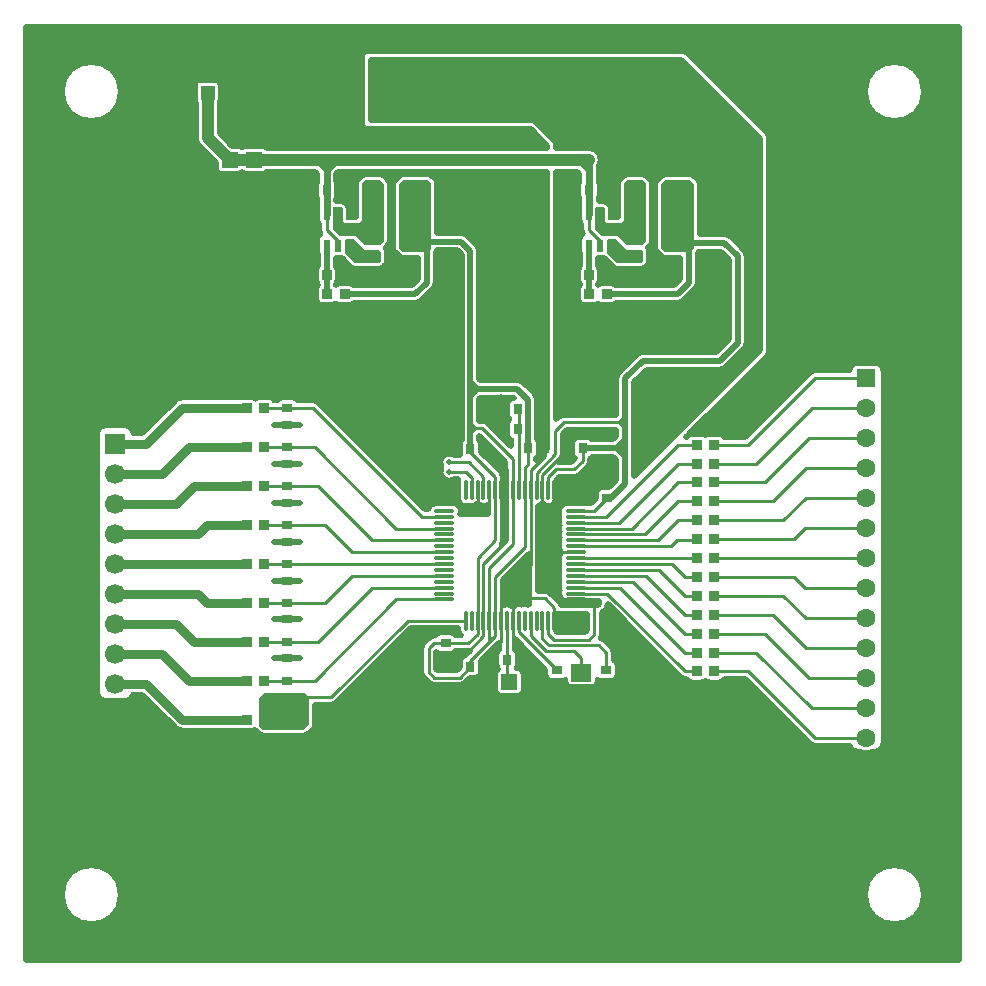
<source format=gtl>
G04 Layer: TopLayer*
G04 EasyEDA Pro v2.2.24.2, 2024-08-08 11:30:51*
G04 Gerber Generator version 0.3*
G04 Scale: 100 percent, Rotated: No, Reflected: No*
G04 Dimensions in millimeters*
G04 Leading zeros omitted, absolute positions, 3 integers and 5 decimals*
%FSLAX35Y35*%
%MOMM*%
%ADD10C,0.5*%
%ADD11R,1.2X1.2*%
%ADD12C,1.2*%
%ADD13R,0.9X0.8*%
%ADD14R,0.8X0.9*%
%ADD15R,1.4108X1.35001*%
%ADD16R,1.41X1.35001*%
%ADD17R,0.8X0.9*%
%ADD18R,1.35001X1.41*%
%ADD19R,1.35001X1.41*%
%ADD20R,1.72799X1.48501*%
%ADD21O,0.28001X1.8*%
%ADD22O,1.8X0.28001*%
%ADD23R,0.6X1.1*%
%ADD24R,1.4X2.12001*%
%ADD25R,1.4X2.4*%
%ADD26R,0.80648X0.86401*%
%ADD27R,1.28252X3.456*%
%ADD28R,0.80648X0.86401*%
%ADD29R,0.9X0.8*%
%ADD30R,1.7X1.7*%
%ADD31C,1.7*%
%ADD32R,1.6X1.6*%
%ADD33C,1.6*%
%ADD34C,0.508*%
%ADD35C,0.8*%
%ADD36C,0.28*%
%ADD37C,1.0*%
%ADD38C,0.6*%
%ADD39C,0.2794*%
G75*


G04 Copper Start*
G36*
G01X7949346Y7949346D02*
G01X7949346Y50654D01*
G01X50654Y50654D01*
G01X50654Y7949346D01*
G01X7949346Y7949346D01*
G37*
%LPC*%
G36*
G01X850654Y7400000D02*
G03X349346Y7400000I-250654J0D01*
G03X850654Y7400000I250654J0D01*
G37*
G36*
G01X850654Y600000D02*
G03X349346Y600000I-250654J0D01*
G03X850654Y600000I250654J0D01*
G37*
G36*
G01X882710Y4575254D02*
G01X720000Y4575254D01*
G03X644746Y4500000I0J-75254D01*
G01X644746Y2314000D01*
G03X720000Y2238746I75254J0D01*
G01X882710Y2238746D01*
G03X955075Y2293348I0J75254D01*
G01X1028450Y2293348D01*
G01X1305899Y2015900D01*
G03X1370001Y1989348I64102J64102D01*
G01X1856622Y1989348D01*
G03X1874341Y1986147I17719J47454D01*
G01X1954988Y1986147D01*
G03X1984672Y1995756I0J50654D01*
G01X1985006Y1995418D01*
G01X2019042Y1961382D01*
G03X2054860Y1946546I35818J35818D01*
G01X2401570Y1946546D01*
G03X2437388Y1961382I0J50654D01*
G01X2482600Y2006594D01*
G03X2497436Y2042412I-35818J35818D01*
G01X2497436Y2205345D01*
G01X2629999Y2205345D01*
G03X2675717Y2224282I0J64654D01*
G01X3306799Y2855365D01*
G01X3705332Y2855365D01*
G01X3705332Y2844019D01*
G03X3728229Y2794658I64654J0D01*
G01X3689251Y2794658D01*
G03X3645002Y2820658I-44249J-24654D01*
G01X3555002Y2820658D01*
G03X3510736Y2794628I0J-50654D01*
G01X3502166Y2794628D01*
G03X3456470Y2775700I0J-64624D01*
G01X3411498Y2730728D01*
G03X3392570Y2685032I45696J-45696D01*
G01X3392570Y2486912D01*
G03X3411498Y2441216I64624J0D01*
G01X3459678Y2393036D01*
G03X3505374Y2374108I45696J45696D01*
G01X3718730Y2374108D01*
G03X3764426Y2393036I0J64624D01*
G01X3805738Y2434348D01*
G01X3850000Y2434348D01*
G03X3900654Y2485002I0J50654D01*
G01X3900654Y2575002D01*
G03X3900491Y2579057I-50654J0D01*
G01X4015703Y2694268D01*
G01X4038281Y2716846D01*
G01X4055345Y2733911D01*
G01X4055345Y2679251D01*
G03X4029346Y2635002I24655J-44249D01*
G01X4029346Y2545002D01*
G03X4042844Y2510574I50654J0D01*
G03X4018848Y2467502I26658J-43072D01*
G01X4018848Y2332501D01*
G03X4069502Y2281847I50654J0D01*
G01X4210503Y2281847D01*
G03X4261157Y2332501I0J50654D01*
G01X4261157Y2467502D01*
G03X4210503Y2518156I-50654J0D01*
G01X4202955Y2518156D01*
G03X4210654Y2545002I-42955J26846D01*
G01X4210654Y2635002D01*
G03X4184653Y2679252I-50654J0D01*
G01X4184653Y2763919D01*
G01X4444348Y2504224D01*
G01X4444348Y2460004D01*
G03X4495002Y2409350I50654J0D01*
G01X4585002Y2409350D01*
G03X4612949Y2417758I0J50654D01*
G01X4612949Y2405009D01*
G03X4663603Y2354355I50654J0D01*
G01X4836402Y2354355D01*
G03X4887056Y2405009I0J50654D01*
G01X4887056Y2417757D01*
G03X4915003Y2409350I27947J42247D01*
G01X5005003Y2409350D01*
G03X5055657Y2460004I0J50654D01*
G01X5055657Y2540004D01*
G03X5024657Y2586690I-50654J0D01*
G01X5024657Y2650002D01*
G03X5005720Y2695719I-64654J0D01*
G01X4945820Y2755619D01*
G03X4913175Y2773221I-45717J-45717D01*
G03X4924657Y2810002I-53172J36781D01*
G01X4924657Y2985599D01*
G03X4935468Y2993832I-25006J44051D01*
G01X4955820Y3014184D01*
G03X4970657Y3050002I-35818J35818D01*
G01X4970657Y3057908D01*
G01X5584280Y2444285D01*
G03X5629997Y2425348I45717J45717D01*
G01X5638457Y2425348D01*
G03X5684343Y2396148I45886J21454D01*
G01X5764991Y2396148D01*
G03X5800003Y2410196I0J50654D01*
G03X5835016Y2396148I35013J36605D01*
G01X5915663Y2396148D01*
G03X5961550Y2425348I0J50654D01*
G01X6133223Y2425348D01*
G01X6678286Y1880285D01*
G03X6724003Y1861348I45717J45717D01*
G01X7018240Y1861348D01*
G03X7090004Y1808745I71764J22651D01*
G01X7102374Y1808745D01*
G03X7217634Y1808745I57630J117257D01*
G01X7232714Y1808745D01*
G03X7307968Y1883999I0J75254D01*
G01X7307968Y5030000D01*
G03X7265846Y5097568I-75254J0D01*
G03X7242754Y5104581I-25842J-43566D01*
G03X7232714Y5105254I-10039J-74581D01*
G01X7090004Y5105254D01*
G03X7080536Y5104656I0J-75254D01*
G01X7080004Y5104656D01*
G03X7043681Y5089307I0J-50654D01*
G03X7015250Y5038656I46323J-59307D01*
G01X6724003Y5038656D01*
G03X6678286Y5019719I0J-64654D01*
G01X6133223Y4474657D01*
G01X5961550Y4474657D01*
G03X5915663Y4503857I-45886J-21454D01*
G01X5835016Y4503857D01*
G03X5800003Y4489808I0J-50654D01*
G03X5764991Y4503857I-35013J-36605D01*
G01X5684343Y4503857D01*
G03X5658263Y4496627I0J-50654D01*
G01X6325821Y5164186D01*
G03X6340657Y5200003I-35818J35818D01*
G01X6340657Y7010004D01*
G03X6325821Y7045822I-50654J0D01*
G01X5640162Y7731481D01*
G03X5604344Y7746317I-35818J-35818D01*
G01X2939640Y7746317D01*
G03X2888986Y7695663I0J-50654D01*
G01X2888986Y7130004D01*
G03X2939640Y7079350I50654J0D01*
G01X4319021Y7079350D01*
G01X4459894Y6938477D01*
G01X4459894Y6922148D01*
G01X2089691Y6922148D01*
G03X2048990Y6942648I-40701J-30154D01*
G01X1913989Y6942648D01*
G03X1876489Y6926047I0J-50654D01*
G03X1838989Y6942648I-37500J-34053D01*
G01X1792681Y6942648D01*
G01X1685661Y7049668D01*
G01X1685661Y7299864D01*
G03X1695661Y7330081I-40654J30217D01*
G01X1695661Y7450081D01*
G03X1645007Y7500735I-50654J0D01*
G01X1525007Y7500735D01*
G03X1474353Y7450081I0J-50654D01*
G01X1474353Y7330081D01*
G03X1484353Y7299864I50654J0D01*
G01X1484353Y7007976D01*
G03X1513834Y6936803I100654J0D01*
G01X1653334Y6797302D01*
G01X1653334Y6750994D01*
G03X1703988Y6700340I50654J0D01*
G01X1838989Y6700340D01*
G03X1876489Y6716941I0J50654D01*
G03X1913989Y6700340I37500J34053D01*
G01X2048990Y6700340D01*
G03X2089691Y6720840I0J50654D01*
G01X2495058Y6720840D01*
G01X2512942Y6702956D01*
G01X2512942Y6639910D01*
G03X2502940Y6609690I40652J-30220D01*
G01X2502940Y6519690D01*
G03X2512942Y6489470I50654J0D01*
G01X2512942Y6309698D01*
G03X2528942Y6272753I50654J0D01*
G01X2528942Y6230466D01*
G03X2539894Y6194462I64654J0D01*
G03X2512942Y6149696I23702J-44767D01*
G01X2512942Y6039696D01*
G03X2517942Y6017752I50654J0D01*
G01X2517942Y5924189D01*
G03X2502618Y5887890I35330J-36299D01*
G01X2502618Y5801489D01*
G03X2517942Y5765191I50654J0D01*
G01X2517942Y5764189D01*
G03X2502618Y5727890I35330J-36299D01*
G01X2502618Y5641489D01*
G03X2553272Y5590835I50654J0D01*
G01X2633919Y5590835D01*
G03X2668932Y5604884I0J50654D01*
G03X2703945Y5590835I35013J36605D01*
G01X2784592Y5590835D01*
G03X2823484Y5609036I0J50654D01*
G01X3344688Y5609036D01*
G03X3398183Y5631194I0J75654D01*
G01X3493497Y5726508D01*
G03X3515656Y5780004I-53495J53495D01*
G01X3515820Y6031556D01*
G03X3528953Y6054350I-35818J35818D01*
G01X3698665Y6054350D01*
G01X3734346Y6018669D01*
G01X3734346Y4450984D01*
G03X3719346Y4415003I35654J-35981D01*
G01X3719346Y4325003D01*
G01X3719347Y4324657D01*
G01X3669288Y4324657D01*
G03X3576211Y4313201I-39286J-64654D01*
G03X3565787Y4220003I53791J-53198D01*
G03X3576211Y4126805I64215J-40000D01*
G03X3669288Y4115349I53791J53198D01*
G01X3706012Y4115349D01*
G03X3705332Y4105998I63975J-9351D01*
G01X3705332Y3953999D01*
G03X3794993Y3894376I64654J0D01*
G03X3869999Y3913009I25006J59623D01*
G03X3955345Y3899862I50000J40990D01*
G01X3955345Y3825254D01*
G01X3725727Y3825254D01*
G03X3666001Y3914669I-59725J24760D01*
G01X3514003Y3914669D01*
G03X3451028Y3864655I0J-64654D01*
G01X3426783Y3864655D01*
G01X2525719Y4765720D01*
G03X2480001Y4784657I-45717J-45717D01*
G01X2349252Y4784657D01*
G03X2305001Y4810659I-44251J-24652D01*
G01X2215001Y4810659D01*
G03X2170751Y4784657I0J-50654D01*
G01X2151548Y4784657D01*
G03X2105661Y4813857I-45886J-21454D01*
G01X2025014Y4813857D01*
G03X1990001Y4799808I0J-50654D01*
G03X1954988Y4813857I-35013J-36605D01*
G01X1874341Y4813857D01*
G03X1856622Y4810657I0J-50654D01*
G01X1370001Y4810657D01*
G03X1305899Y4784105I0J-90654D01*
G01X1028450Y4506656D01*
G01X957669Y4506656D01*
G03X882710Y4575254I-74959J-6656D01*
G37*
G36*
G01X7650654Y600000D02*
G03X7149346Y600000I-250654J0D01*
G03X7650654Y600000I250654J0D01*
G37*
G36*
G01X7650654Y7400000D02*
G03X7149346Y7400000I-250654J0D01*
G03X7650654Y7400000I250654J0D01*
G37*
%LPD*%
G36*
G01X2669250Y5989042D02*
G01X2718592Y5989042D01*
G01X2719322Y5989047D01*
G01X2794184Y5914186D01*
G03X2830002Y5899350I35818J35818D01*
G01X3040002Y5899350D01*
G03X3075819Y5914186I0J50654D01*
G01X3089830Y5928197D01*
G03X3104667Y5964015I-35818J35818D01*
G01X3104667Y6045134D01*
G03X3092072Y6078560I-50654J0D01*
G01X3115819Y6102308D01*
G03X3130656Y6138126I-35818J35818D01*
G01X3130656Y6614454D01*
G03X3115819Y6650272I-50654J0D01*
G01X3082541Y6683550D01*
G03X3046724Y6698386I-35818J-35818D01*
G01X2917730Y6698386D01*
G03X2881912Y6683550I0J-50654D01*
G01X2854184Y6655822D01*
G03X2839348Y6620004I35818J-35818D01*
G01X2839348Y6336594D01*
G01X2780655Y6336594D01*
G01X2780655Y6410004D01*
G03X2765819Y6445822I-50654J0D01*
G01X2755819Y6455822D01*
G03X2720001Y6470658I-35818J-35818D01*
G01X2674250Y6470658D01*
G01X2674250Y6489476D01*
G03X2684248Y6519690I-40656J30214D01*
G01X2684248Y6609690D01*
G03X2674250Y6639904I-50654J0D01*
G01X2674250Y6702956D01*
G01X2692134Y6720840D01*
G01X4459894Y6720840D01*
G01X4459894Y4374774D01*
G01X4364654Y4279534D01*
G01X4364654Y4290754D01*
G03X4390654Y4335003I-24654J44249D01*
G01X4390654Y4425003D01*
G03X4375654Y4460984I-50654J0D01*
G01X4375654Y4790005D01*
G03X4353495Y4843501I-75654J0D01*
G01X4261198Y4935798D01*
G03X4207702Y4957957I-53495J-53495D01*
G01X3897308Y4957957D01*
G01X3885654Y4969611D01*
G01X3885654Y6050006D01*
G03X3863495Y6103502I-75654J0D01*
G01X3783497Y6183499D01*
G03X3730002Y6205658I-53495J-53495D01*
G01X3530656Y6205658D01*
G01X3530656Y6619440D01*
G03X3515820Y6655258I-50654J0D01*
G01X3485820Y6685258D01*
G03X3450002Y6700094I-35818J-35818D01*
G01X3240002Y6700094D01*
G03X3204184Y6685258I0J-50654D01*
G01X3167418Y6648492D01*
G03X3152582Y6612674I35818J-35818D01*
G01X3152582Y6076770D01*
G03X3167418Y6040952I50654J0D01*
G01X3204184Y6004186D01*
G03X3240002Y5989350I35818J35818D01*
G01X3364348Y5989350D01*
G01X3364348Y5811341D01*
G01X3313351Y5760343D01*
G01X2823484Y5760343D01*
G03X2784592Y5778544I-38892J-32454D01*
G01X2703945Y5778544D01*
G03X2669250Y5764796I0J-50654D01*
G01X2669250Y5765191D01*
G03X2684573Y5801489I-35330J36299D01*
G01X2684573Y5887890D01*
G03X2669250Y5924189I-50654J0D01*
G01X2669250Y5989042D01*
G37*
G36*
G01X4813597Y6922148D02*
G01X4535548Y6922148D01*
G01X4535548Y6959459D01*
G03X4528226Y6977136I-25000J0D01*
G01X4357680Y7147682D01*
G03X4340002Y7155004I-17678J-17678D01*
G01X2964640Y7155004D01*
G01X2964640Y7670663D01*
G01X5593989Y7670663D01*
G01X6265003Y6999649D01*
G01X6265003Y5210359D01*
G01X5195657Y4141012D01*
G01X5195657Y4940582D01*
G01X5301329Y5046254D01*
G01X5923788Y5046254D01*
G03X5977283Y5068413I0J75654D01*
G01X6125873Y5217003D01*
G03X6148032Y5270498I-53495J53495D01*
G01X6148032Y6007623D01*
G03X6125873Y6061118I-75654J0D01*
G01X6014346Y6172646D01*
G03X5960850Y6194804I-53495J-53495D01*
G01X5750657Y6194804D01*
G01X5750657Y6619434D01*
G03X5735820Y6655252I-50654J0D01*
G01X5705820Y6685252D01*
G03X5670003Y6700088I-35818J-35818D01*
G01X5460003Y6700088D01*
G03X5424185Y6685252I0J-50654D01*
G01X5387419Y6648486D01*
G03X5372583Y6612668I35818J-35818D01*
G01X5372583Y6076764D01*
G03X5387419Y6040946I50654J0D01*
G01X5424185Y6004180D01*
G03X5460003Y5989344I35818J35818D01*
G01X5584349Y5989344D01*
G01X5584349Y5811334D01*
G01X5533352Y5760337D01*
G01X5043490Y5760337D01*
G03X5004593Y5778544I-38897J-32447D01*
G01X4923945Y5778544D01*
G03X4889250Y5764796I0J-50654D01*
G01X4889250Y5765191D01*
G03X4904574Y5801489I-35330J36299D01*
G01X4904574Y5887890D01*
G03X4889250Y5924189I-50654J0D01*
G01X4889250Y5989036D01*
G01X4938593Y5989036D01*
G01X4939323Y5989041D01*
G01X5014185Y5914180D01*
G03X5050002Y5899344I35818J35818D01*
G01X5260002Y5899344D01*
G03X5295820Y5914180I0J50654D01*
G01X5309831Y5928191D01*
G03X5324667Y5964009I-35818J35818D01*
G01X5324667Y6045128D01*
G03X5312073Y6078554I-50654J0D01*
G01X5335820Y6102302D01*
G03X5350656Y6138120I-35818J35818D01*
G01X5350656Y6614448D01*
G03X5335820Y6650266I-50654J0D01*
G01X5302542Y6683544D01*
G03X5266724Y6698380I-35818J-35818D01*
G01X5137730Y6698380D01*
G03X5101913Y6683544I0J-50654D01*
G01X5074185Y6655816D01*
G03X5059348Y6619998I35818J-35818D01*
G01X5059348Y6336588D01*
G01X5000656Y6336588D01*
G01X5000656Y6409998D01*
G03X4985820Y6445816I-50654J0D01*
G01X4975820Y6455816D01*
G03X4940002Y6470652I-35818J-35818D01*
G01X4894250Y6470652D01*
G01X4894250Y6489476D01*
G03X4904248Y6519690I-40657J30214D01*
G01X4904248Y6609690D01*
G03X4894250Y6639904I-50654J0D01*
G01X4894250Y6761276D01*
G03X4813597Y6922148I-80654J60218D01*
G37*
G36*
G01X3555002Y2639351D02*
G01X3645002Y2639351D01*
G03X3689251Y2665351I0J50654D01*
G01X3790004Y2665351D01*
G03X3805901Y2667335I0J64654D01*
G01X3764283Y2625717D01*
G01X3763851Y2625281D01*
G03X3719346Y2575002I6149J-50279D01*
G01X3719346Y2530740D01*
G01X3691962Y2503356D01*
G01X3532142Y2503356D01*
G01X3521818Y2513680D01*
G01X3521818Y2651734D01*
G03X3555002Y2639351I33184J38271D01*
G37*
G36*
G01X4084652Y4140008D02*
G03X4065716Y4185725I-64654J0D01*
G01X3900654Y4350785D01*
G01X3900654Y4415003D01*
G03X3885654Y4450984I-50654J0D01*
G01X3885654Y4482917D01*
G01X4105332Y4263239D01*
G01X4105332Y4106254D01*
G01X4105331Y4105998D01*
G01X4105331Y3953999D01*
G01X4105332Y3953743D01*
G01X4105332Y3596766D01*
G01X4075643Y3567078D01*
G03X4084652Y3599999I-55645J32921D01*
G01X4084652Y3953743D01*
G01X4084653Y3953999D01*
G01X4084653Y4105998D01*
G01X4084652Y4106254D01*
G01X4084652Y4140008D01*
G37*
G36*
G01X3885654Y4614657D02*
G01X3885654Y4794995D01*
G01X3897308Y4806649D01*
G01X4176366Y4806649D01*
G01X4177358Y4805657D01*
G01X4170005Y4805657D01*
G03X4119351Y4755003I0J-50654D01*
G01X4119351Y4665003D01*
G03X4138927Y4625003I50654J0D01*
G03X4119351Y4585003I31078J-40000D01*
G01X4119351Y4495003D01*
G03X4155344Y4446517I50654J0D01*
G01X4155344Y4396095D01*
G01X3955719Y4595720D01*
G03X3910002Y4614657I-45717J-45717D01*
G01X3885654Y4614657D01*
G37*
G36*
G01X4309348Y3059789D02*
G03X4294992Y3055641I10650J-63771D01*
G03X4244992Y3055646I-25006J-59623D01*
G03X4169998Y3037008I-24994J-59628D01*
G03X4084652Y3050155I-50000J-40990D01*
G01X4084652Y3263218D01*
G01X4309348Y3487914D01*
G01X4309348Y3059789D01*
G37*
G36*
G01X4440002Y3174626D02*
G01X4385002Y3174626D01*
G01X4385002Y3891113D01*
G03X4419985Y3913009I-15017J62886D01*
G03X4534639Y3953999I50000J40990D01*
G01X4534639Y4026311D01*
G03X4534751Y4030111I-64542J3800D01*
G01X4534751Y4106407D01*
G01X4563793Y4135449D01*
G01X4690103Y4135449D01*
G03X4735820Y4154386I0J64654D01*
G01X4805722Y4224288D01*
G03X4824659Y4270005I-45717J45717D01*
G01X4824659Y4290754D01*
G03X4840330Y4304349I-24654J44249D01*
G01X5019860Y4304349D01*
G01X5044349Y4279860D01*
G01X5044349Y4111340D01*
G01X4983663Y4050654D01*
G01X4925003Y4050654D01*
G03X4874349Y4000000I0J-50654D01*
G01X4874349Y3955781D01*
G01X4833236Y3914668D01*
G01X4776238Y3914668D01*
G01X4775981Y3914669D01*
G01X4623983Y3914669D01*
G03X4564360Y3825008I0J-64654D01*
G03X4564354Y3775008I59623J-25006D01*
G03X4564360Y3725008I59628J-24994D01*
G03X4564354Y3675008I59623J-25006D01*
G03X4564360Y3625008I59628J-24994D01*
G03X4564354Y3575008I59623J-25006D01*
G03X4565940Y3521532I59628J-24994D01*
G01X4565940Y3478498D01*
G03X4564360Y3425009I58042J-28483D01*
G03X4564354Y3375009I59623J-25006D01*
G03X4564360Y3325009I59628J-24994D01*
G03X4564354Y3275009I59623J-25006D01*
G03X4564360Y3225009I59628J-24994D01*
G03X4564354Y3175009I59623J-25006D01*
G03X4623983Y3085361I59628J-24994D01*
G01X4775981Y3085361D01*
G01X4776238Y3085362D01*
G01X4895003Y3085362D01*
G01X4895003Y3060357D01*
G01X4889295Y3054650D01*
G01X4579739Y3054650D01*
G03X4565694Y3075703I-59741J-24643D01*
G01X4485698Y3155698D01*
G03X4440002Y3174626I-45696J-45696D01*
G37*
G36*
G01X4795349Y2978996D02*
G01X4795349Y2836783D01*
G01X4783022Y2824456D01*
G01X4546983Y2824456D01*
G01X4534639Y2836800D01*
G01X4534639Y2843763D01*
G01X4534639Y2844019D01*
G01X4534639Y2978996D01*
G01X4795349Y2978996D01*
G37*
G36*
G01X4535548Y4626983D02*
G01X4535548Y6720840D01*
G01X4715058Y6720840D01*
G01X4732943Y6702956D01*
G01X4732943Y6639911D01*
G03X4722940Y6609690I40651J-30221D01*
G01X4722940Y6519690D01*
G03X4732943Y6489470I50654J0D01*
G01X4732943Y6309692D01*
G03X4748943Y6272747I50654J0D01*
G01X4748943Y6230460D01*
G03X4759895Y6194456I64654J0D01*
G03X4732943Y6149690I23702J-44767D01*
G01X4732943Y6039690D01*
G03X4737943Y6017746I50654J0D01*
G01X4737943Y5924189D01*
G03X4722619Y5887890I35330J-36299D01*
G01X4722619Y5801489D01*
G03X4737943Y5765190I50654J0D01*
G01X4737943Y5764189D01*
G03X4722619Y5727890I35330J-36299D01*
G01X4722619Y5641489D01*
G03X4773273Y5590835I50654J0D01*
G01X4853920Y5590835D01*
G03X4888933Y5604884I0J50654D01*
G03X4923945Y5590835I35013J36605D01*
G01X5004593Y5590835D01*
G03X5043480Y5609029I0J50654D01*
G01X5564689Y5609029D01*
G03X5618184Y5631188I0J75654D01*
G01X5713498Y5726502D01*
G03X5735657Y5779998I-53495J53495D01*
G01X5735820Y6031550D01*
G03X5744679Y6043496I-35818J35818D01*
G01X5929514Y6043496D01*
G01X5996724Y5976286D01*
G01X5996724Y5301835D01*
G01X5892451Y5197562D01*
G01X5269992Y5197562D01*
G03X5216497Y5175403I0J-75654D01*
G01X5066507Y5025414D01*
G03X5044349Y4971919I53495J-53495D01*
G01X5044349Y4666945D01*
G01X5042061Y4664657D01*
G01X4600002Y4664657D01*
G03X4554285Y4645720I0J-64654D01*
G01X4535548Y4626983D01*
G37*
G36*
G01X4551963Y4264757D02*
G01X4575720Y4288513D01*
G03X4594656Y4334231I-45717J45717D01*
G01X4594656Y4503222D01*
G01X4626783Y4535349D01*
G01X5042061Y4535349D01*
G01X5044349Y4533061D01*
G01X5044349Y4480146D01*
G01X5019860Y4455657D01*
G01X4840330Y4455657D01*
G03X4800005Y4475657I-40326J-30654D01*
G01X4720005Y4475657D01*
G03X4669351Y4425003I0J-50654D01*
G01X4669351Y4335003D01*
G03X4691617Y4293051I50654J0D01*
G01X4663322Y4264757D01*
G01X4551963Y4264757D01*
G37*
G36*
G01X5640919Y4479283D02*
G03X5638457Y4474657I43424J-26080D01*
G01X5636292Y4474657D01*
G01X5640919Y4479283D01*
G37*
G54D10*
G01X7949346Y7949346D02*
G01X7949346Y50654D01*
G01X50654Y50654D01*
G01X50654Y7949346D01*
G01X7949346Y7949346D01*
G01X850654Y7400000D02*
G03X349346Y7400000I-250654J0D01*
G03X850654Y7400000I250654J0D01*
G01X850654Y600000D02*
G03X349346Y600000I-250654J0D01*
G03X850654Y600000I250654J0D01*
G01X882710Y4575254D02*
G01X720000Y4575254D01*
G03X644746Y4500000I0J-75254D01*
G01X644746Y2314000D01*
G03X720000Y2238746I75254J0D01*
G01X882710Y2238746D01*
G03X955075Y2293348I0J75254D01*
G01X1028450Y2293348D01*
G01X1305899Y2015900D01*
G03X1370001Y1989348I64102J64102D01*
G01X1856622Y1989348D01*
G03X1874341Y1986147I17719J47454D01*
G01X1954988Y1986147D01*
G03X1984672Y1995756I0J50654D01*
G01X1985006Y1995418D01*
G01X2019042Y1961382D01*
G03X2054860Y1946546I35818J35818D01*
G01X2401570Y1946546D01*
G03X2437388Y1961382I0J50654D01*
G01X2482600Y2006594D01*
G03X2497436Y2042412I-35818J35818D01*
G01X2497436Y2205345D01*
G01X2629999Y2205345D01*
G03X2675717Y2224282I0J64654D01*
G01X3306799Y2855365D01*
G01X3705332Y2855365D01*
G01X3705332Y2844019D01*
G03X3728229Y2794658I64654J0D01*
G01X3689251Y2794658D01*
G03X3645002Y2820658I-44249J-24654D01*
G01X3555002Y2820658D01*
G03X3510736Y2794628I0J-50654D01*
G01X3502166Y2794628D01*
G03X3456470Y2775700I0J-64624D01*
G01X3411498Y2730728D01*
G03X3392570Y2685032I45696J-45696D01*
G01X3392570Y2486912D01*
G03X3411498Y2441216I64624J0D01*
G01X3459678Y2393036D01*
G03X3505374Y2374108I45696J45696D01*
G01X3718730Y2374108D01*
G03X3764426Y2393036I0J64624D01*
G01X3805738Y2434348D01*
G01X3850000Y2434348D01*
G03X3900654Y2485002I0J50654D01*
G01X3900654Y2575002D01*
G03X3900491Y2579057I-50654J0D01*
G01X4015703Y2694268D01*
G01X4038281Y2716846D01*
G01X4055345Y2733911D01*
G01X4055345Y2679251D01*
G03X4029346Y2635002I24655J-44249D01*
G01X4029346Y2545002D01*
G03X4042844Y2510574I50654J0D01*
G03X4018848Y2467502I26658J-43072D01*
G01X4018848Y2332501D01*
G03X4069502Y2281847I50654J0D01*
G01X4210503Y2281847D01*
G03X4261157Y2332501I0J50654D01*
G01X4261157Y2467502D01*
G03X4210503Y2518156I-50654J0D01*
G01X4202955Y2518156D01*
G03X4210654Y2545002I-42955J26846D01*
G01X4210654Y2635002D01*
G03X4184653Y2679252I-50654J0D01*
G01X4184653Y2763919D01*
G01X4444348Y2504224D01*
G01X4444348Y2460004D01*
G03X4495002Y2409350I50654J0D01*
G01X4585002Y2409350D01*
G03X4612949Y2417758I0J50654D01*
G01X4612949Y2405009D01*
G03X4663603Y2354355I50654J0D01*
G01X4836402Y2354355D01*
G03X4887056Y2405009I0J50654D01*
G01X4887056Y2417757D01*
G03X4915003Y2409350I27947J42247D01*
G01X5005003Y2409350D01*
G03X5055657Y2460004I0J50654D01*
G01X5055657Y2540004D01*
G03X5024657Y2586690I-50654J0D01*
G01X5024657Y2650002D01*
G03X5005720Y2695719I-64654J0D01*
G01X4945820Y2755619D01*
G03X4913175Y2773221I-45717J-45717D01*
G03X4924657Y2810002I-53172J36781D01*
G01X4924657Y2985599D01*
G03X4935468Y2993832I-25006J44051D01*
G01X4955820Y3014184D01*
G03X4970657Y3050002I-35818J35818D01*
G01X4970657Y3057908D01*
G01X5584280Y2444285D01*
G03X5629997Y2425348I45717J45717D01*
G01X5638457Y2425348D01*
G03X5684343Y2396148I45886J21454D01*
G01X5764991Y2396148D01*
G03X5800003Y2410196I0J50654D01*
G03X5835016Y2396148I35013J36605D01*
G01X5915663Y2396148D01*
G03X5961550Y2425348I0J50654D01*
G01X6133223Y2425348D01*
G01X6678286Y1880285D01*
G03X6724003Y1861348I45717J45717D01*
G01X7018240Y1861348D01*
G03X7090004Y1808745I71764J22651D01*
G01X7102374Y1808745D01*
G03X7217634Y1808745I57630J117257D01*
G01X7232714Y1808745D01*
G03X7307968Y1883999I0J75254D01*
G01X7307968Y5030000D01*
G03X7265846Y5097568I-75254J0D01*
G03X7242754Y5104581I-25842J-43566D01*
G03X7232714Y5105254I-10039J-74581D01*
G01X7090004Y5105254D01*
G03X7080536Y5104656I0J-75254D01*
G01X7080004Y5104656D01*
G03X7043681Y5089307I0J-50654D01*
G03X7015250Y5038656I46323J-59307D01*
G01X6724003Y5038656D01*
G03X6678286Y5019719I0J-64654D01*
G01X6133223Y4474657D01*
G01X5961550Y4474657D01*
G03X5915663Y4503857I-45886J-21454D01*
G01X5835016Y4503857D01*
G03X5800003Y4489808I0J-50654D01*
G03X5764991Y4503857I-35013J-36605D01*
G01X5684343Y4503857D01*
G03X5658263Y4496627I0J-50654D01*
G01X6325821Y5164186D01*
G03X6340657Y5200003I-35818J35818D01*
G01X6340657Y7010004D01*
G03X6325821Y7045822I-50654J0D01*
G01X5640162Y7731481D01*
G03X5604344Y7746317I-35818J-35818D01*
G01X2939640Y7746317D01*
G03X2888986Y7695663I0J-50654D01*
G01X2888986Y7130004D01*
G03X2939640Y7079350I50654J0D01*
G01X4319021Y7079350D01*
G01X4459894Y6938477D01*
G01X4459894Y6922148D01*
G01X2089691Y6922148D01*
G03X2048990Y6942648I-40701J-30154D01*
G01X1913989Y6942648D01*
G03X1876489Y6926047I0J-50654D01*
G03X1838989Y6942648I-37500J-34053D01*
G01X1792681Y6942648D01*
G01X1685661Y7049668D01*
G01X1685661Y7299864D01*
G03X1695661Y7330081I-40654J30217D01*
G01X1695661Y7450081D01*
G03X1645007Y7500735I-50654J0D01*
G01X1525007Y7500735D01*
G03X1474353Y7450081I0J-50654D01*
G01X1474353Y7330081D01*
G03X1484353Y7299864I50654J0D01*
G01X1484353Y7007976D01*
G03X1513834Y6936803I100654J0D01*
G01X1653334Y6797302D01*
G01X1653334Y6750994D01*
G03X1703988Y6700340I50654J0D01*
G01X1838989Y6700340D01*
G03X1876489Y6716941I0J50654D01*
G03X1913989Y6700340I37500J34053D01*
G01X2048990Y6700340D01*
G03X2089691Y6720840I0J50654D01*
G01X2495058Y6720840D01*
G01X2512942Y6702956D01*
G01X2512942Y6639910D01*
G03X2502940Y6609690I40652J-30220D01*
G01X2502940Y6519690D01*
G03X2512942Y6489470I50654J0D01*
G01X2512942Y6309698D01*
G03X2528942Y6272753I50654J0D01*
G01X2528942Y6230466D01*
G03X2539894Y6194462I64654J0D01*
G03X2512942Y6149696I23702J-44767D01*
G01X2512942Y6039696D01*
G03X2517942Y6017752I50654J0D01*
G01X2517942Y5924189D01*
G03X2502618Y5887890I35330J-36299D01*
G01X2502618Y5801489D01*
G03X2517942Y5765191I50654J0D01*
G01X2517942Y5764189D01*
G03X2502618Y5727890I35330J-36299D01*
G01X2502618Y5641489D01*
G03X2553272Y5590835I50654J0D01*
G01X2633919Y5590835D01*
G03X2668932Y5604884I0J50654D01*
G03X2703945Y5590835I35013J36605D01*
G01X2784592Y5590835D01*
G03X2823484Y5609036I0J50654D01*
G01X3344688Y5609036D01*
G03X3398183Y5631194I0J75654D01*
G01X3493497Y5726508D01*
G03X3515656Y5780004I-53495J53495D01*
G01X3515820Y6031556D01*
G03X3528953Y6054350I-35818J35818D01*
G01X3698665Y6054350D01*
G01X3734346Y6018669D01*
G01X3734346Y4450984D01*
G03X3719346Y4415003I35654J-35981D01*
G01X3719346Y4325003D01*
G01X3719347Y4324657D01*
G01X3669288Y4324657D01*
G03X3576211Y4313201I-39286J-64654D01*
G03X3565787Y4220003I53791J-53198D01*
G03X3576211Y4126805I64215J-40000D01*
G03X3669288Y4115349I53791J53198D01*
G01X3706012Y4115349D01*
G03X3705332Y4105998I63975J-9351D01*
G01X3705332Y3953999D01*
G03X3794993Y3894376I64654J0D01*
G03X3869999Y3913009I25006J59623D01*
G03X3955345Y3899862I50000J40990D01*
G01X3955345Y3825254D01*
G01X3725727Y3825254D01*
G03X3666001Y3914669I-59725J24760D01*
G01X3514003Y3914669D01*
G03X3451028Y3864655I0J-64654D01*
G01X3426783Y3864655D01*
G01X2525719Y4765720D01*
G03X2480001Y4784657I-45717J-45717D01*
G01X2349252Y4784657D01*
G03X2305001Y4810659I-44251J-24652D01*
G01X2215001Y4810659D01*
G03X2170751Y4784657I0J-50654D01*
G01X2151548Y4784657D01*
G03X2105661Y4813857I-45886J-21454D01*
G01X2025014Y4813857D01*
G03X1990001Y4799808I0J-50654D01*
G03X1954988Y4813857I-35013J-36605D01*
G01X1874341Y4813857D01*
G03X1856622Y4810657I0J-50654D01*
G01X1370001Y4810657D01*
G03X1305899Y4784105I0J-90654D01*
G01X1028450Y4506656D01*
G01X957669Y4506656D01*
G03X882710Y4575254I-74959J-6656D01*
G01X7650654Y600000D02*
G03X7149346Y600000I-250654J0D01*
G03X7650654Y600000I250654J0D01*
G01X7650654Y7400000D02*
G03X7149346Y7400000I-250654J0D01*
G03X7650654Y7400000I250654J0D01*
G01X2669250Y5989042D02*
G01X2718592Y5989042D01*
G01X2719322Y5989047D01*
G01X2794184Y5914186D01*
G03X2830002Y5899350I35818J35818D01*
G01X3040002Y5899350D01*
G03X3075819Y5914186I0J50654D01*
G01X3089830Y5928197D01*
G03X3104667Y5964015I-35818J35818D01*
G01X3104667Y6045134D01*
G03X3092072Y6078560I-50654J0D01*
G01X3115819Y6102308D01*
G03X3130656Y6138126I-35818J35818D01*
G01X3130656Y6614454D01*
G03X3115819Y6650272I-50654J0D01*
G01X3082541Y6683550D01*
G03X3046724Y6698386I-35818J-35818D01*
G01X2917730Y6698386D01*
G03X2881912Y6683550I0J-50654D01*
G01X2854184Y6655822D01*
G03X2839348Y6620004I35818J-35818D01*
G01X2839348Y6336594D01*
G01X2780655Y6336594D01*
G01X2780655Y6410004D01*
G03X2765819Y6445822I-50654J0D01*
G01X2755819Y6455822D01*
G03X2720001Y6470658I-35818J-35818D01*
G01X2674250Y6470658D01*
G01X2674250Y6489476D01*
G03X2684248Y6519690I-40656J30214D01*
G01X2684248Y6609690D01*
G03X2674250Y6639904I-50654J0D01*
G01X2674250Y6702956D01*
G01X2692134Y6720840D01*
G01X4459894Y6720840D01*
G01X4459894Y4374774D01*
G01X4364654Y4279534D01*
G01X4364654Y4290754D01*
G03X4390654Y4335003I-24654J44249D01*
G01X4390654Y4425003D01*
G03X4375654Y4460984I-50654J0D01*
G01X4375654Y4790005D01*
G03X4353495Y4843501I-75654J0D01*
G01X4261198Y4935798D01*
G03X4207702Y4957957I-53495J-53495D01*
G01X3897308Y4957957D01*
G01X3885654Y4969611D01*
G01X3885654Y6050006D01*
G03X3863495Y6103502I-75654J0D01*
G01X3783497Y6183499D01*
G03X3730002Y6205658I-53495J-53495D01*
G01X3530656Y6205658D01*
G01X3530656Y6619440D01*
G03X3515820Y6655258I-50654J0D01*
G01X3485820Y6685258D01*
G03X3450002Y6700094I-35818J-35818D01*
G01X3240002Y6700094D01*
G03X3204184Y6685258I0J-50654D01*
G01X3167418Y6648492D01*
G03X3152582Y6612674I35818J-35818D01*
G01X3152582Y6076770D01*
G03X3167418Y6040952I50654J0D01*
G01X3204184Y6004186D01*
G03X3240002Y5989350I35818J35818D01*
G01X3364348Y5989350D01*
G01X3364348Y5811341D01*
G01X3313351Y5760343D01*
G01X2823484Y5760343D01*
G03X2784592Y5778544I-38892J-32454D01*
G01X2703945Y5778544D01*
G03X2669250Y5764796I0J-50654D01*
G01X2669250Y5765191D01*
G03X2684573Y5801489I-35330J36299D01*
G01X2684573Y5887890D01*
G03X2669250Y5924189I-50654J0D01*
G01X2669250Y5989042D01*
G01X4813597Y6922148D02*
G01X4535548Y6922148D01*
G01X4535548Y6959459D01*
G03X4528226Y6977136I-25000J0D01*
G01X4357680Y7147682D01*
G03X4340002Y7155004I-17678J-17678D01*
G01X2964640Y7155004D01*
G01X2964640Y7670663D01*
G01X5593989Y7670663D01*
G01X6265003Y6999649D01*
G01X6265003Y5210359D01*
G01X5195657Y4141012D01*
G01X5195657Y4940582D01*
G01X5301329Y5046254D01*
G01X5923788Y5046254D01*
G03X5977283Y5068413I0J75654D01*
G01X6125873Y5217003D01*
G03X6148032Y5270498I-53495J53495D01*
G01X6148032Y6007623D01*
G03X6125873Y6061118I-75654J0D01*
G01X6014346Y6172646D01*
G03X5960850Y6194804I-53495J-53495D01*
G01X5750657Y6194804D01*
G01X5750657Y6619434D01*
G03X5735820Y6655252I-50654J0D01*
G01X5705820Y6685252D01*
G03X5670003Y6700088I-35818J-35818D01*
G01X5460003Y6700088D01*
G03X5424185Y6685252I0J-50654D01*
G01X5387419Y6648486D01*
G03X5372583Y6612668I35818J-35818D01*
G01X5372583Y6076764D01*
G03X5387419Y6040946I50654J0D01*
G01X5424185Y6004180D01*
G03X5460003Y5989344I35818J35818D01*
G01X5584349Y5989344D01*
G01X5584349Y5811334D01*
G01X5533352Y5760337D01*
G01X5043490Y5760337D01*
G03X5004593Y5778544I-38897J-32447D01*
G01X4923945Y5778544D01*
G03X4889250Y5764796I0J-50654D01*
G01X4889250Y5765191D01*
G03X4904574Y5801489I-35330J36299D01*
G01X4904574Y5887890D01*
G03X4889250Y5924189I-50654J0D01*
G01X4889250Y5989036D01*
G01X4938593Y5989036D01*
G01X4939323Y5989041D01*
G01X5014185Y5914180D01*
G03X5050002Y5899344I35818J35818D01*
G01X5260002Y5899344D01*
G03X5295820Y5914180I0J50654D01*
G01X5309831Y5928191D01*
G03X5324667Y5964009I-35818J35818D01*
G01X5324667Y6045128D01*
G03X5312073Y6078554I-50654J0D01*
G01X5335820Y6102302D01*
G03X5350656Y6138120I-35818J35818D01*
G01X5350656Y6614448D01*
G03X5335820Y6650266I-50654J0D01*
G01X5302542Y6683544D01*
G03X5266724Y6698380I-35818J-35818D01*
G01X5137730Y6698380D01*
G03X5101913Y6683544I0J-50654D01*
G01X5074185Y6655816D01*
G03X5059348Y6619998I35818J-35818D01*
G01X5059348Y6336588D01*
G01X5000656Y6336588D01*
G01X5000656Y6409998D01*
G03X4985820Y6445816I-50654J0D01*
G01X4975820Y6455816D01*
G03X4940002Y6470652I-35818J-35818D01*
G01X4894250Y6470652D01*
G01X4894250Y6489476D01*
G03X4904248Y6519690I-40657J30214D01*
G01X4904248Y6609690D01*
G03X4894250Y6639904I-50654J0D01*
G01X4894250Y6761276D01*
G03X4813597Y6922148I-80654J60218D01*
G01X3555002Y2639351D02*
G01X3645002Y2639351D01*
G03X3689251Y2665351I0J50654D01*
G01X3790004Y2665351D01*
G03X3805901Y2667335I0J64654D01*
G01X3764283Y2625717D01*
G01X3763851Y2625281D01*
G03X3719346Y2575002I6149J-50279D01*
G01X3719346Y2530740D01*
G01X3691962Y2503356D01*
G01X3532142Y2503356D01*
G01X3521818Y2513680D01*
G01X3521818Y2651734D01*
G03X3555002Y2639351I33184J38271D01*
G01X4084652Y4140008D02*
G03X4065716Y4185725I-64654J0D01*
G01X3900654Y4350785D01*
G01X3900654Y4415003D01*
G03X3885654Y4450984I-50654J0D01*
G01X3885654Y4482917D01*
G01X4105332Y4263239D01*
G01X4105332Y4106254D01*
G01X4105331Y4105998D01*
G01X4105331Y3953999D01*
G01X4105332Y3953743D01*
G01X4105332Y3596766D01*
G01X4075643Y3567078D01*
G03X4084652Y3599999I-55645J32921D01*
G01X4084652Y3953743D01*
G01X4084653Y3953999D01*
G01X4084653Y4105998D01*
G01X4084652Y4106254D01*
G01X4084652Y4140008D01*
G01X3885654Y4614657D02*
G01X3885654Y4794995D01*
G01X3897308Y4806649D01*
G01X4176366Y4806649D01*
G01X4177358Y4805657D01*
G01X4170005Y4805657D01*
G03X4119351Y4755003I0J-50654D01*
G01X4119351Y4665003D01*
G03X4138927Y4625003I50654J0D01*
G03X4119351Y4585003I31078J-40000D01*
G01X4119351Y4495003D01*
G03X4155344Y4446517I50654J0D01*
G01X4155344Y4396095D01*
G01X3955719Y4595720D01*
G03X3910002Y4614657I-45717J-45717D01*
G01X3885654Y4614657D01*
G01X4309348Y3059789D02*
G03X4294992Y3055641I10650J-63771D01*
G03X4244992Y3055646I-25006J-59623D01*
G03X4169998Y3037008I-24994J-59628D01*
G03X4084652Y3050155I-50000J-40990D01*
G01X4084652Y3263218D01*
G01X4309348Y3487914D01*
G01X4309348Y3059789D01*
G01X4440002Y3174626D02*
G01X4385002Y3174626D01*
G01X4385002Y3891113D01*
G03X4419985Y3913009I-15017J62886D01*
G03X4534639Y3953999I50000J40990D01*
G01X4534639Y4026311D01*
G03X4534751Y4030111I-64542J3800D01*
G01X4534751Y4106407D01*
G01X4563793Y4135449D01*
G01X4690103Y4135449D01*
G03X4735820Y4154386I0J64654D01*
G01X4805722Y4224288D01*
G03X4824659Y4270005I-45717J45717D01*
G01X4824659Y4290754D01*
G03X4840330Y4304349I-24654J44249D01*
G01X5019860Y4304349D01*
G01X5044349Y4279860D01*
G01X5044349Y4111340D01*
G01X4983663Y4050654D01*
G01X4925003Y4050654D01*
G03X4874349Y4000000I0J-50654D01*
G01X4874349Y3955781D01*
G01X4833236Y3914668D01*
G01X4776238Y3914668D01*
G01X4775981Y3914669D01*
G01X4623983Y3914669D01*
G03X4564360Y3825008I0J-64654D01*
G03X4564354Y3775008I59623J-25006D01*
G03X4564360Y3725008I59628J-24994D01*
G03X4564354Y3675008I59623J-25006D01*
G03X4564360Y3625008I59628J-24994D01*
G03X4564354Y3575008I59623J-25006D01*
G03X4565940Y3521532I59628J-24994D01*
G01X4565940Y3478498D01*
G03X4564360Y3425009I58042J-28483D01*
G03X4564354Y3375009I59623J-25006D01*
G03X4564360Y3325009I59628J-24994D01*
G03X4564354Y3275009I59623J-25006D01*
G03X4564360Y3225009I59628J-24994D01*
G03X4564354Y3175009I59623J-25006D01*
G03X4623983Y3085361I59628J-24994D01*
G01X4775981Y3085361D01*
G01X4776238Y3085362D01*
G01X4895003Y3085362D01*
G01X4895003Y3060357D01*
G01X4889295Y3054650D01*
G01X4579739Y3054650D01*
G03X4565694Y3075703I-59741J-24643D01*
G01X4485698Y3155698D01*
G03X4440002Y3174626I-45696J-45696D01*
G01X4795349Y2978996D02*
G01X4795349Y2836783D01*
G01X4783022Y2824456D01*
G01X4546983Y2824456D01*
G01X4534639Y2836800D01*
G01X4534639Y2843763D01*
G01X4534639Y2844019D01*
G01X4534639Y2978996D01*
G01X4795349Y2978996D01*
G01X4535548Y4626983D02*
G01X4535548Y6720840D01*
G01X4715058Y6720840D01*
G01X4732943Y6702956D01*
G01X4732943Y6639911D01*
G03X4722940Y6609690I40651J-30221D01*
G01X4722940Y6519690D01*
G03X4732943Y6489470I50654J0D01*
G01X4732943Y6309692D01*
G03X4748943Y6272747I50654J0D01*
G01X4748943Y6230460D01*
G03X4759895Y6194456I64654J0D01*
G03X4732943Y6149690I23702J-44767D01*
G01X4732943Y6039690D01*
G03X4737943Y6017746I50654J0D01*
G01X4737943Y5924189D01*
G03X4722619Y5887890I35330J-36299D01*
G01X4722619Y5801489D01*
G03X4737943Y5765190I50654J0D01*
G01X4737943Y5764189D01*
G03X4722619Y5727890I35330J-36299D01*
G01X4722619Y5641489D01*
G03X4773273Y5590835I50654J0D01*
G01X4853920Y5590835D01*
G03X4888933Y5604884I0J50654D01*
G03X4923945Y5590835I35013J36605D01*
G01X5004593Y5590835D01*
G03X5043480Y5609029I0J50654D01*
G01X5564689Y5609029D01*
G03X5618184Y5631188I0J75654D01*
G01X5713498Y5726502D01*
G03X5735657Y5779998I-53495J53495D01*
G01X5735820Y6031550D01*
G03X5744679Y6043496I-35818J35818D01*
G01X5929514Y6043496D01*
G01X5996724Y5976286D01*
G01X5996724Y5301835D01*
G01X5892451Y5197562D01*
G01X5269992Y5197562D01*
G03X5216497Y5175403I0J-75654D01*
G01X5066507Y5025414D01*
G03X5044349Y4971919I53495J-53495D01*
G01X5044349Y4666945D01*
G01X5042061Y4664657D01*
G01X4600002Y4664657D01*
G03X4554285Y4645720I0J-64654D01*
G01X4535548Y4626983D01*
G01X4551963Y4264757D02*
G01X4575720Y4288513D01*
G03X4594656Y4334231I-45717J45717D01*
G01X4594656Y4503222D01*
G01X4626783Y4535349D01*
G01X5042061Y4535349D01*
G01X5044349Y4533061D01*
G01X5044349Y4480146D01*
G01X5019860Y4455657D01*
G01X4840330Y4455657D01*
G03X4800005Y4475657I-40326J-30654D01*
G01X4720005Y4475657D01*
G03X4669351Y4425003I0J-50654D01*
G01X4669351Y4335003D01*
G03X4691617Y4293051I50654J0D01*
G01X4663322Y4264757D01*
G01X4551963Y4264757D01*
G01X5640919Y4479283D02*
G03X5638457Y4474657I43424J-26080D01*
G01X5636292Y4474657D01*
G01X5640919Y4479283D01*
G04 Copper End*

G04 PolygonModel Start*
G36*
G01X2760002Y6150004D02*
G01X2820001Y6150004D01*
G01X2910002Y6060004D01*
G01X3039143Y6060004D01*
G01X3054013Y6045134D01*
G01X3054013Y5964015D01*
G01X3040002Y5950004D01*
G01X2830001Y5950004D01*
G01X2750002Y6030004D01*
G01X2750001Y6140004D01*
G01X2760002Y6150004D01*
G37*
G36*
G01X4980002Y6149998D02*
G01X5040002Y6149998D01*
G01X5130002Y6059998D01*
G01X5259144Y6059998D01*
G01X5274014Y6045128D01*
G01X5274014Y5964009D01*
G01X5260002Y5949997D01*
G01X5050002Y5949997D01*
G01X4970002Y6029998D01*
G01X4970002Y6139998D01*
G01X4980002Y6149998D01*
G37*
G36*
G01X2408177Y2308604D02*
G01X2446782Y2269999D01*
G01X2446782Y2042412D01*
G01X2401570Y1997200D01*
G01X2054860Y1997200D01*
G01X2020824Y2031236D01*
G01X2020824Y2268980D01*
G01X2060448Y2308604D01*
G01X2408177Y2308604D01*
G37*
G36*
G01X3240002Y6649440D02*
G01X3203236Y6612674D01*
G01X3203236Y6076770D01*
G01X3240002Y6040004D01*
G01X3452632Y6040004D01*
G01X3480002Y6067373D01*
G01X3480002Y6619440D01*
G01X3450002Y6649440D01*
G01X3240002Y6649440D01*
G37*
G36*
G01X2650001Y6420004D02*
G01X2720001Y6420004D01*
G01X2730001Y6410004D01*
G01X2730001Y6302130D01*
G01X2746191Y6285940D01*
G01X2865938Y6285940D01*
G01X2890002Y6310004D01*
G01X2890002Y6620004D01*
G01X2917729Y6647732D01*
G01X3046724Y6647732D01*
G01X3080002Y6614454D01*
G01X3080002Y6138126D01*
G01X3044599Y6102723D01*
G01X2917282Y6102723D01*
G01X2840001Y6180004D01*
G01X2705298Y6180004D01*
G01X2645589Y6239712D01*
G01X2645589Y6415592D01*
G01X2650001Y6420004D01*
G37*
G36*
G01X5460003Y6649434D02*
G01X5423237Y6612668D01*
G01X5423237Y6076764D01*
G01X5460003Y6039998D01*
G01X5672633Y6039998D01*
G01X5700003Y6067367D01*
G01X5700003Y6619434D01*
G01X5670003Y6649434D01*
G01X5460003Y6649434D01*
G37*
G36*
G01X4870002Y6419998D02*
G01X4940002Y6419998D01*
G01X4950002Y6409998D01*
G01X4950002Y6302124D01*
G01X4966192Y6285934D01*
G01X5085939Y6285934D01*
G01X5110002Y6309998D01*
G01X5110002Y6619998D01*
G01X5137730Y6647726D01*
G01X5266725Y6647726D01*
G01X5300003Y6614448D01*
G01X5300003Y6138120D01*
G01X5264600Y6102717D01*
G01X5137283Y6102717D01*
G01X5060002Y6179998D01*
G01X4925298Y6179998D01*
G01X4865590Y6239706D01*
G01X4865590Y6415586D01*
G01X4870002Y6419998D01*
G37*

G04 Pad Start*
G54D11*
G01X1585007Y7390081D03*
G54D12*
G01X1434995Y7389928D03*
G54D13*
G01X3600002Y2730004D03*
G01X3600002Y2590000D03*
G54D14*
G01X3810000Y2530002D03*
G01X3950005Y2530002D03*
G54D16*
G01X4140002Y2400002D03*
G01X4340002Y2400002D03*
G54D17*
G01X4260005Y2590002D03*
G01X4120000Y2590002D03*
G54D13*
G01X4540002Y2500004D03*
G01X4540002Y2359999D03*
G54D18*
G01X1771489Y6621495D03*
G01X1771489Y6821494D03*
G01X1981489Y6621495D03*
G01X1981489Y6821494D03*
G54D13*
G01X2983596Y6144699D03*
G01X2983596Y6004695D03*
G54D19*
G01X3313596Y6124690D03*
G01X3313596Y5924690D03*
G54D13*
G01X5203597Y6144692D03*
G01X5203597Y6004687D03*
G54D19*
G01X5523597Y6124690D03*
G01X5523597Y5924690D03*
G54D20*
G01X4750003Y2160744D03*
G01X4750003Y2479260D03*
G54D21*
G01X3769986Y4029999D03*
G01X3819999Y4029999D03*
G01X3869986Y4029999D03*
G01X3919999Y4029999D03*
G01X3969986Y4029999D03*
G01X4019999Y4029999D03*
G01X4069986Y4029999D03*
G01X4119998Y4029999D03*
G01X4169986Y4029999D03*
G01X4219998Y4029999D03*
G01X4269985Y4029999D03*
G01X4319998Y4029999D03*
G01X4369985Y4029999D03*
G01X4419998Y4029999D03*
G01X4469985Y4029999D03*
G01X4519998Y4029999D03*
G54D22*
G01X4699982Y3850014D03*
G01X4699982Y3800002D03*
G01X4699982Y3750014D03*
G01X4699982Y3700002D03*
G01X4699982Y3650015D03*
G01X4699982Y3600002D03*
G01X4699982Y3550015D03*
G01X4699982Y3500002D03*
G01X4699982Y3450015D03*
G01X4699982Y3400002D03*
G01X4699982Y3350015D03*
G01X4699982Y3300003D03*
G01X4699982Y3250015D03*
G01X4699982Y3200003D03*
G01X4699982Y3150016D03*
G01X4699982Y3100003D03*
G54D21*
G01X4519998Y2920019D03*
G01X4469985Y2920019D03*
G01X4419998Y2920019D03*
G01X4369985Y2920019D03*
G01X4319998Y2920019D03*
G01X4269985Y2920019D03*
G01X4219998Y2920019D03*
G01X4169986Y2920019D03*
G01X4119998Y2920019D03*
G01X4069986Y2920019D03*
G01X4019999Y2920019D03*
G01X3969986Y2920019D03*
G01X3919999Y2920019D03*
G01X3869986Y2920019D03*
G01X3819999Y2920019D03*
G01X3769986Y2920019D03*
G54D22*
G01X3590002Y3100003D03*
G01X3590002Y3150016D03*
G01X3590002Y3200003D03*
G01X3590002Y3250015D03*
G01X3590002Y3300003D03*
G01X3590002Y3350015D03*
G01X3590002Y3400002D03*
G01X3590002Y3450015D03*
G01X3590002Y3500002D03*
G01X3590002Y3550015D03*
G01X3590002Y3600002D03*
G01X3590002Y3650015D03*
G01X3590002Y3700002D03*
G01X3590002Y3750014D03*
G01X3590002Y3800002D03*
G01X3590002Y3850014D03*
G54D23*
G01X4813597Y6364692D03*
G01X4908593Y6364692D03*
G01X5003589Y6364692D03*
G01X5003589Y6094690D03*
G01X4908593Y6094690D03*
G01X4813597Y6094690D03*
G01X2593596Y6364698D03*
G01X2688592Y6364698D03*
G01X2783588Y6364698D03*
G01X2783588Y6094696D03*
G01X2688592Y6094696D03*
G01X2593596Y6094696D03*
G54D24*
G01X2980803Y6474690D03*
G01X3386390Y6474690D03*
G54D25*
G01X5200803Y6474690D03*
G01X5606390Y6474690D03*
G54D26*
G01X2065338Y4720003D03*
G01X1914665Y4720003D03*
G01X2065338Y4390003D03*
G01X1914665Y4390003D03*
G01X2065338Y4060003D03*
G01X1914665Y4060003D03*
G01X2065338Y3730002D03*
G01X1914665Y3730002D03*
G01X2065338Y3400002D03*
G01X1914665Y3400002D03*
G01X2065338Y3070002D03*
G01X1914665Y3070002D03*
G01X2065338Y2740002D03*
G01X1914665Y2740002D03*
G01X2065338Y2410002D03*
G01X1914665Y2410002D03*
G01X2065338Y2080002D03*
G01X1914665Y2080002D03*
G54D27*
G01X3016630Y7410004D03*
G01X2403373Y7410004D03*
G54D28*
G01X2593596Y5844690D03*
G01X2744269Y5844690D03*
G54D26*
G01X2744269Y5684689D03*
G01X2593596Y5684689D03*
G54D28*
G01X4813596Y5844690D03*
G01X4964269Y5844690D03*
G54D26*
G01X4964269Y5684689D03*
G01X4813596Y5684689D03*
G54D29*
G01X4970003Y3960000D03*
G01X4970003Y4100005D03*
G54D17*
G01X4760005Y4380003D03*
G01X4620000Y4380003D03*
G01X4210005Y4540003D03*
G01X4070000Y4540003D03*
G54D14*
G01X3810000Y4370003D03*
G01X3950005Y4370003D03*
G01X4300000Y4380003D03*
G01X4440005Y4380003D03*
G54D13*
G01X4960003Y2500004D03*
G01X4960003Y2359999D03*
G54D17*
G01X4210005Y4710003D03*
G01X4070000Y4710003D03*
G54D30*
G01X800000Y4416002D03*
G54D31*
G01X800000Y4162002D03*
G01X800000Y3908002D03*
G01X800000Y3654002D03*
G01X800000Y3400002D03*
G01X800000Y3146002D03*
G01X800000Y2892002D03*
G01X800000Y2638002D03*
G01X800000Y2384002D03*
G54D32*
G01X7160004Y4974002D03*
G54D33*
G01X7160004Y4720002D03*
G01X7160004Y4466002D03*
G01X7160004Y4212002D03*
G01X7160004Y3958002D03*
G01X7160004Y3704002D03*
G01X7160004Y3450002D03*
G01X7160004Y3196002D03*
G01X7160004Y2942002D03*
G01X7160004Y2688002D03*
G01X7160004Y2434002D03*
G01X7160004Y2180002D03*
G01X7160004Y1926002D03*
G54D17*
G01X4953599Y6564690D03*
G01X4813594Y6564690D03*
G54D14*
G01X2593594Y6564690D03*
G01X2733599Y6564690D03*
G54D10*
G01X3630002Y4180003D03*
G01X3630002Y4260003D03*
G01X3440002Y6130004D03*
G01X5650003Y6120004D03*
G01X2221489Y6821497D03*
G01X2210001Y6620004D03*
G01X3180002Y7330004D03*
G54D29*
G01X2260001Y2269999D03*
G01X2260001Y2410004D03*
G01X2260001Y2600000D03*
G01X2260001Y2740004D03*
G01X2260001Y2930000D03*
G01X2260001Y3070005D03*
G01X2260001Y3260000D03*
G01X2260001Y3400005D03*
G01X2260001Y3590000D03*
G01X2260001Y3730005D03*
G01X2260001Y3920000D03*
G01X2260001Y4060005D03*
G01X2260001Y4250000D03*
G01X2260001Y4390005D03*
G01X2260001Y4580000D03*
G01X2260001Y4720005D03*
G54D26*
G01X5875340Y4410003D03*
G01X5724667Y4410003D03*
G01X5875340Y4250003D03*
G01X5724667Y4250003D03*
G01X5875340Y4090003D03*
G01X5724667Y4090003D03*
G01X5875340Y3930003D03*
G01X5724667Y3930003D03*
G01X5875340Y3770003D03*
G01X5724667Y3770003D03*
G01X5875340Y3610002D03*
G01X5724667Y3610002D03*
G01X5875340Y3450002D03*
G01X5724667Y3450002D03*
G01X5875340Y3290002D03*
G01X5724667Y3290002D03*
G01X5875340Y3130002D03*
G01X5724667Y3130002D03*
G01X5875340Y2970002D03*
G01X5724667Y2970002D03*
G01X5875340Y2810002D03*
G01X5724667Y2810002D03*
G01X5875340Y2650002D03*
G01X5724667Y2650002D03*
G01X5875340Y2490002D03*
G01X5724667Y2490002D03*
G04 Pad End*

G04 Via Start*
G54D34*
G01X3600002Y2500002D03*
G01X3700569Y2590000D03*
G01X4610002Y2920019D03*
G01X3950005Y2421483D03*
G01X4340002Y2280002D03*
G01X4452311Y2359999D03*
G01X4350002Y2590002D03*
G01X4260005Y2680000D03*
G01X4750003Y2276804D03*
G01X4625307Y2359999D03*
G01X4874305Y2359999D03*
G01X4540002Y2270002D03*
G01X4750003Y2040002D03*
G01X4870003Y2160744D03*
G01X4630002Y2160744D03*
G01X5050005Y2359999D03*
G01X4960003Y2280002D03*
G01X4860003Y3070002D03*
G01X4440002Y4460003D03*
G01X2150001Y2270002D03*
G01X2369997Y2270002D03*
G01X2150004Y2600000D03*
G01X2369999Y2600000D03*
G01X2150004Y2930000D03*
G01X2369999Y2930000D03*
G01X2150004Y3260000D03*
G01X2369999Y3260000D03*
G01X2150004Y3590000D03*
G01X2369999Y3590000D03*
G01X2150004Y3920000D03*
G01X2369999Y3920000D03*
G01X2150004Y4250000D03*
G01X2369999Y4250000D03*
G01X2150004Y4580000D03*
G01X2369999Y4580000D03*
G01X4868008Y4100008D03*
G01X4586643Y4030001D03*
G01X4620002Y4480000D03*
G01X2744269Y5935737D03*
G01X2836478Y5844690D03*
G01X3208509Y5844690D03*
G01X3313596Y5813598D03*
G01X3200002Y5970004D03*
G01X2733599Y6660006D03*
G01X2820001Y6564692D03*
G01X2783588Y6463501D03*
G01X1980001Y6510004D03*
G01X1770001Y6510004D03*
G01X2095235Y6622260D03*
G01X1657745Y6625238D03*
G01X3970002Y4710003D03*
G01X4070002Y4810003D03*
G01X4015229Y4304779D03*
G01X4964269Y5935731D03*
G01X5056479Y5844684D03*
G01X5428510Y5844684D03*
G01X5533597Y5813592D03*
G01X5420003Y5969998D03*
G01X4953599Y6660000D03*
G01X5040002Y6564686D03*
G01X5003589Y6463495D03*
G01X5247418Y5844684D03*
G01X2260001Y2181262D03*
G01X2158744Y2080004D03*
G01X3920002Y3860002D03*
G01X1525889Y7570575D03*
G01X1430001Y7120004D03*
G01X4570003Y4270005D03*
G01X4734545Y4030001D03*
G01X1880001Y6510004D03*
G01X3178516Y7410004D03*
G01X3180002Y7570005D03*
G01X3177030Y7250004D03*
G01X3942157Y7570005D03*
G01X3940671Y7410004D03*
G01X3939185Y7250004D03*
G01X4704312Y7570005D03*
G01X4702826Y7410004D03*
G01X4701340Y7250004D03*
G01X5466467Y7570005D03*
G01X5464981Y7410004D03*
G01X5463495Y7250004D03*
G01X6103644Y6890004D03*
G01X6102158Y6730004D03*
G01X6100672Y6570004D03*
G01X5053643Y7030004D03*
G01X5052157Y6870004D03*
G01X5050671Y6710004D03*
G01X4643643Y6670004D03*
G01X4642157Y6510004D03*
G01X4640671Y6350004D03*
G01X4643643Y5790004D03*
G01X4642157Y5630003D03*
G01X4640671Y5470004D03*
G01X4629612Y5042303D03*
G01X4628126Y4882303D03*
G01X4626640Y4722303D03*
G01X4988643Y5042303D03*
G01X4987157Y4882303D03*
G01X4985672Y4722303D03*
G01X5875100Y6004684D03*
G01X5873614Y5844684D03*
G01X5872128Y5684684D03*
G01X5652574Y5558238D03*
G01X5651088Y5398238D03*
G01X5649602Y5238237D03*
G01X5153643Y5560004D03*
G01X5152157Y5400003D03*
G01X5150671Y5240003D03*
G01X6209294Y6076944D03*
G01X6207808Y5916944D03*
G01X6206322Y5756944D03*
G01X6201980Y5522657D03*
G01X6200494Y5362657D03*
G01X6199009Y5202656D03*
G01X5217813Y4579441D03*
G01X5216327Y4419442D03*
G01X5214841Y4259441D03*
G01X5483643Y5010003D03*
G01X5482157Y4850003D03*
G01X5480672Y4690003D03*
G01X5793643Y5010003D03*
G01X5792158Y4850003D03*
G01X4463643Y3830003D03*
G01X4462157Y3670003D03*
G01X4460671Y3510002D03*
G01X4462157Y3370002D03*
G01X4460671Y3210002D03*
G01X4760003Y2920002D03*
G01X5820003Y4560003D03*
G01X2630001Y4800003D03*
G01X3210002Y4140002D03*
G01X3780002Y3840002D03*
G01X4321488Y6670004D03*
G01X3871488Y6670004D03*
G01X3141487Y6710004D03*
G01X3140002Y6550004D03*
G01X3138516Y6390004D03*
G01X3137030Y6230004D03*
G01X3135544Y6070004D03*
G01X3029487Y5844690D03*
G01X4321488Y6200004D03*
G01X3870002Y6200004D03*
G01X4100002Y5810004D03*
G01X4100002Y5460004D03*
G01X4100002Y5040003D03*
G01X3960002Y4600003D03*
G01X1280001Y6650004D03*
G01X2260001Y6160004D03*
G01X2420001Y6640003D03*
G01X1810001Y5700003D03*
G01X1808515Y5180003D03*
G01X2260001Y5180003D03*
G01X2250001Y5700003D03*
G01X3190002Y5390003D03*
G01X3188516Y4920003D03*
G01X3640002Y4920003D03*
G01X3640002Y5390003D03*
G01X3090002Y4440003D03*
G01X3540002Y4440003D03*
G01X3590002Y4040003D03*
G01X1320001Y5710004D03*
G01X1320001Y6180004D03*
G01X1320001Y5200003D03*
G01X720000Y6230004D03*
G01X718514Y5760004D03*
G01X720000Y5250003D03*
G01X718514Y4780003D03*
G01X190000Y7250005D03*
G01X190000Y7720005D03*
G01X190000Y6270004D03*
G01X190000Y6740004D03*
G01X200000Y5280003D03*
G01X200000Y5750004D03*
G01X200000Y4300003D03*
G01X200000Y4770003D03*
G01X190000Y3310002D03*
G01X190000Y3780003D03*
G01X190000Y2330002D03*
G01X190000Y2800002D03*
G01X190000Y1300001D03*
G01X190000Y1770002D03*
G01X190000Y320001D03*
G01X190000Y790001D03*
G01X7730004Y7250004D03*
G01X7690004Y6270004D03*
G01X7690004Y6740004D03*
G01X7700004Y5280003D03*
G01X7700004Y5750004D03*
G01X7700004Y4300003D03*
G01X7700004Y4770003D03*
G01X7690004Y3310002D03*
G01X7690004Y3780003D03*
G01X7690004Y2330002D03*
G01X7690004Y2800002D03*
G01X7690004Y1300001D03*
G01X7690004Y1770002D03*
G01X7720004Y250000D03*
G01X7690004Y830000D03*
G01X650000Y210000D03*
G01X1620001Y240001D03*
G01X1150000Y240001D03*
G01X2610001Y250001D03*
G01X2140001Y250001D03*
G01X3590002Y250001D03*
G01X3120002Y250001D03*
G01X4580003Y240001D03*
G01X4110002Y240001D03*
G01X5560003Y240001D03*
G01X5090003Y240001D03*
G01X6590004Y240001D03*
G01X6120003Y240001D03*
G01X7100004Y240001D03*
G01X1040000Y7850005D03*
G01X570000Y7850005D03*
G01X2020001Y7850005D03*
G01X1550001Y7850005D03*
G01X3010002Y7860005D03*
G01X2540001Y7860005D03*
G01X3990002Y7860005D03*
G01X3520002Y7860005D03*
G01X4980003Y7850005D03*
G01X4510002Y7850005D03*
G01X5960003Y7850005D03*
G01X5490003Y7850005D03*
G01X6990004Y7850005D03*
G01X6520003Y7850005D03*
G01X715000Y1025001D03*
G01X1695001Y1025001D03*
G01X1225001Y1025001D03*
G01X2685001Y1035001D03*
G01X2215001Y1035001D03*
G01X3665002Y1035001D03*
G01X3195002Y1035001D03*
G01X4655003Y1025001D03*
G01X4185002Y1025001D03*
G01X5635003Y1025001D03*
G01X5165003Y1025001D03*
G01X6665004Y1025001D03*
G01X6195003Y1025001D03*
G01X7175004Y1025001D03*
G01X685000Y1645001D03*
G01X1665001Y1645001D03*
G01X1195001Y1645001D03*
G01X2655002Y1655002D03*
G01X2185001Y1655002D03*
G01X3635002Y1655002D03*
G01X3165002Y1655002D03*
G01X4625002Y1645001D03*
G01X4155002Y1645001D03*
G01X5605003Y1645001D03*
G01X5135003Y1645001D03*
G01X6635003Y1645001D03*
G01X6165003Y1645001D03*
G01X7145004Y1645001D03*
G01X7770004Y7840004D03*
G01X7255004Y6300004D03*
G01X7255004Y6770004D03*
G01X7265004Y5310003D03*
G01X7265004Y5780004D03*
G01X6765004Y7320004D03*
G01X6765004Y6340004D03*
G01X6765004Y6810004D03*
G01X6775004Y5350004D03*
G01X6775004Y5820004D03*
G01X6255003Y7520005D03*
G01X3445002Y2830002D03*
G01X3055002Y2460002D03*
G01X2655002Y2020002D03*
G01X3455002Y2090002D03*
G01X4135002Y2090002D03*
G01X5625003Y2090002D03*
G01X5015003Y2900002D03*
G01X5165003Y2660002D03*
G01X5275003Y2350002D03*
G01X6195003Y4770003D03*
G01X6475004Y5080003D03*
G01X6225003Y2120002D03*
G01X4169986Y3110002D03*
G01X4222380Y3292379D03*
G01X4420002Y4840003D03*
G01X4420002Y5280003D03*
G01X4420002Y5730004D03*
G01X2020001Y7000004D03*
G01X2710001Y7000004D03*
G01X3370002Y7000004D03*
G01X4030002Y7000004D03*
G01X830000Y6880004D03*
G01X1160001Y7390004D03*
G01X1170001Y7170004D03*
G01X1170001Y7640004D03*
G01X4970273Y4235721D03*
G01X4090002Y3870004D03*
G01X4090002Y3660004D03*
G01X4069986Y4250024D03*
G01X5361488Y6710004D03*
G01X5360002Y6550004D03*
G01X5358516Y6390004D03*
G01X5355545Y6070004D03*
G01X5357030Y6230004D03*
G01X3350002Y6710004D03*
G01X2900002Y6710004D03*
G01X3570002Y6670004D03*
G01X3560002Y6500004D03*
G01X3550002Y6370004D03*
G01X3620002Y6210003D03*
G01X3620002Y5980003D03*
G01X5550003Y6720004D03*
G01X5760003Y6660004D03*
G01X5760003Y6500004D03*
G01X5750003Y6340003D03*
G01X5850003Y6200003D03*
G01X6050003Y6150003D03*
G04 Via End*

G04 Track Start*
G54D35*
G01X1914665Y3730002D02*
G01X1580001Y3730002D01*
G01X1504001Y3654002D01*
G01X1914665Y4720003D02*
G01X1370001Y4720003D01*
G01X1066000Y4416002D01*
G01X1914665Y4390003D02*
G01X1430001Y4390003D01*
G01X1202000Y4162002D01*
G01X1914665Y4060003D02*
G01X1470001Y4060003D01*
G01X1318000Y3908002D01*
G01X1370001Y2080002D02*
G01X1066000Y2384002D01*
G01X1914665Y2080002D02*
G01X1370001Y2080002D01*
G01X1430001Y2410002D02*
G01X1202000Y2638002D01*
G01X1914665Y2410002D02*
G01X1430001Y2410002D01*
G01X1470001Y2740002D02*
G01X1318000Y2892002D01*
G01X1914665Y2740002D02*
G01X1470001Y2740002D01*
G01X1580001Y3070002D02*
G01X1504001Y3146002D01*
G01X1914665Y3070002D02*
G01X1580001Y3070002D01*
G54D36*
G01X2065338Y3400002D02*
G01X2260001Y3400002D01*
G01X3590002Y3400002D01*
G01X2810002Y3500002D02*
G01X3590002Y3500002D01*
G01X2065338Y3730002D02*
G01X2260001Y3730002D01*
G01X2580001Y3730002D01*
G01X2810002Y3500002D01*
G01X2980002Y3600002D02*
G01X3590002Y3600002D01*
G01X2065338Y4060003D02*
G01X2260001Y4060003D01*
G01X2520001Y4060003D01*
G01X2980002Y3600002D01*
G01X3180003Y3700002D02*
G01X3590002Y3700002D01*
G01X2065338Y4390003D02*
G01X2260001Y4390003D01*
G01X2490001Y4390003D01*
G01X3180003Y3700002D01*
G01X3400003Y3800002D02*
G01X3590002Y3800002D01*
G01X2065338Y4720003D02*
G01X2260001Y4720003D01*
G01X2480001Y4720003D01*
G01X3400003Y3800002D01*
G01X2580001Y3070002D02*
G01X2810002Y3300003D01*
G01X3590002Y3300003D01*
G01X2260001Y3070002D02*
G01X2580001Y3070002D01*
G01X2520001Y2740002D02*
G01X2980002Y3200003D01*
G01X3590002Y3200003D01*
G01X2260001Y2740002D02*
G01X2520001Y2740002D01*
G01X2490001Y2410002D02*
G01X3180003Y3100003D01*
G01X3590002Y3100003D01*
G01X2260001Y2410002D02*
G01X2490001Y2410002D01*
G01X4699982Y3450015D02*
G01X5724654Y3450015D01*
G01X5875340Y3450002D02*
G01X7160004Y3450002D01*
G01X5875340Y3610002D02*
G01X6550004Y3610002D01*
G01X6644003Y3704002D01*
G01X7160004Y3704002D01*
G01X5875340Y3930003D02*
G01X6370004Y3930003D01*
G01X6652003Y4212002D01*
G01X7160004Y4212002D01*
G01X5875340Y4090003D02*
G01X6300003Y4090003D01*
G01X6676003Y4466002D01*
G01X7160004Y4466002D01*
G01X5875340Y4410003D02*
G01X6160003Y4410003D01*
G01X6724003Y4974002D01*
G01X7160004Y4974002D01*
G01X5875340Y4250003D02*
G01X6230003Y4250003D01*
G01X6700003Y4720002D01*
G01X7160004Y4720002D01*
G01X5875340Y3770003D02*
G01X6460004Y3770003D01*
G01X6648003Y3958002D01*
G01X7160004Y3958002D01*
G01X6160003Y2490002D02*
G01X6724003Y1926002D01*
G01X5875340Y2490002D02*
G01X6160003Y2490002D01*
G01X6724003Y1926002D02*
G01X7160004Y1926002D01*
G01X6230003Y2650002D02*
G01X6700003Y2180002D01*
G01X5875340Y2650002D02*
G01X6230003Y2650002D01*
G01X6700003Y2180002D02*
G01X7160004Y2180002D01*
G01X6300003Y2810002D02*
G01X6676003Y2434002D01*
G01X5875340Y2810002D02*
G01X6300003Y2810002D01*
G01X6676003Y2434002D02*
G01X7160004Y2434002D01*
G01X6370004Y2970002D02*
G01X6652003Y2688002D01*
G01X5875340Y2970002D02*
G01X6370004Y2970002D01*
G01X6652003Y2688002D02*
G01X7160004Y2688002D01*
G01X6460004Y3130002D02*
G01X6648003Y2942002D01*
G01X5875340Y3130002D02*
G01X6460004Y3130002D01*
G01X6648003Y2942002D02*
G01X7160004Y2942002D01*
G01X6550004Y3290002D02*
G01X6644003Y3196002D01*
G01X5875340Y3290002D02*
G01X6550004Y3290002D01*
G01X6644003Y3196002D02*
G01X7160004Y3196002D01*
G54D35*
G01X1066000Y4416002D02*
G01X800000Y4416002D01*
G01X1202000Y4162002D02*
G01X800000Y4162002D01*
G01X1318000Y3908002D02*
G01X800000Y3908002D01*
G01X1504001Y3654002D02*
G01X800000Y3654002D01*
G01X800000Y3400002D02*
G01X1914665Y3400002D01*
G01X1504001Y3146002D02*
G01X800000Y3146002D01*
G01X1318000Y2892002D02*
G01X800000Y2892002D01*
G01X1202000Y2638002D02*
G01X800000Y2638002D01*
G01X1066000Y2384002D02*
G01X800000Y2384002D01*
G54D36*
G01X4699982Y3300003D02*
G01X5299997Y3300003D01*
G01X5629997Y2970002D01*
G01X5724667Y2970002D01*
G01X4699982Y3250015D02*
G01X5189984Y3250015D01*
G01X5629997Y2810002D01*
G01X5724667Y2810002D01*
G01X4699982Y3200003D02*
G01X5079996Y3200003D01*
G01X5629997Y2650002D01*
G01X5724667Y2650002D01*
G01X4699982Y3150016D02*
G01X4969983Y3150016D01*
G01X5629997Y2490002D01*
G01X5724667Y2490002D01*
G01X5714667Y3600002D02*
G01X5724667Y3610002D01*
G01X5723529Y3768865D02*
G01X5724667Y3770003D01*
G01X4699982Y3550015D02*
G01X5510015Y3550015D01*
G01X5560002Y3600002D01*
G01X5714667Y3600002D01*
G01X4699982Y3600002D02*
G01X5400002Y3600002D01*
G01X5568864Y3768865D01*
G01X5723529Y3768865D01*
G01X4699982Y3650015D02*
G01X5290015Y3650015D01*
G01X5570003Y3930003D01*
G01X5724667Y3930003D01*
G01X4699982Y3400002D02*
G01X5519997Y3400002D01*
G01X5629997Y3290002D01*
G01X5724667Y3290002D01*
G01X4699982Y3350015D02*
G01X5409984Y3350015D01*
G01X5629997Y3130002D01*
G01X5724667Y3130002D01*
G01X4699982Y3700002D02*
G01X5180002Y3700002D01*
G01X5570003Y4090003D01*
G01X5724667Y4090003D01*
G01X4699982Y3750014D02*
G01X5070014Y3750014D01*
G01X5570003Y4250003D01*
G01X5724667Y4250003D01*
G01X4699982Y3800002D02*
G01X4960002Y3800002D01*
G01X5570003Y4410003D01*
G01X5724667Y4410003D01*
G01X3280019Y2920019D02*
G01X3769986Y2920019D01*
G01X2629999Y2269999D02*
G01X3280019Y2920019D01*
G01X3700569Y2590000D02*
G01X3600002Y2590000D01*
G01X3869986Y2920019D02*
G01X3869986Y2809986D01*
G01X3790004Y2730004D02*
G01X3600002Y2730004D01*
G01X3869986Y2809986D02*
G01X3790004Y2730004D01*
G01X3919999Y2920019D02*
G01X3919999Y2789430D01*
G01X3720569Y2590000D02*
G01X3700569Y2590000D01*
G01X3919999Y2789430D02*
G01X3720569Y2590000D01*
G01X4019999Y2789998D02*
G01X4019999Y2920019D01*
G01X3969986Y2785141D02*
G01X3992564Y2762563D01*
G01X4019999Y2789998D01*
G01X3969986Y2785141D02*
G01X3969986Y2920019D01*
G01X3969986Y2785141D02*
G01X3969986Y2739986D01*
G01X3992564Y2762563D01*
G01X3969986Y2739986D02*
G01X3810000Y2580000D01*
G01X3810000Y2530002D01*
G01X4169986Y2920019D02*
G01X4169986Y2770019D01*
G01X4260005Y2680000D01*
G01X4260005Y2590002D01*
G01X4119998Y2920019D02*
G01X4120000Y2590002D01*
G01X4120000Y2420005D01*
G01X4140002Y2400002D01*
G01X4750003Y2600002D02*
G01X4750003Y2479260D01*
G01X4519998Y2920019D02*
G01X4610002Y2920019D01*
G01X4380004Y2359999D02*
G01X4340002Y2400002D01*
G01X4069986Y2920019D02*
G01X4069986Y2739986D01*
G01X3950005Y2620004D01*
G01X3950005Y2530002D01*
G01X3950005Y2309999D02*
G01X4010002Y2250002D01*
G01X3950005Y2530002D02*
G01X3950005Y2421483D01*
G01X3950005Y2309999D01*
G01X4010002Y2250002D02*
G01X4310002Y2250002D01*
G01X4340002Y2280002D01*
G01X4340002Y2400002D01*
G01X4540002Y2359999D02*
G01X4452311Y2359999D01*
G01X4380004Y2359999D01*
G01X4219998Y2820009D02*
G01X4219998Y2920019D01*
G01X4540002Y2500004D02*
G01X4219998Y2820009D01*
G01X4750003Y2160744D02*
G01X4750003Y2276804D01*
G01X4750003Y2359999D01*
G01X4625307Y2359999D01*
G01X4540002Y2359999D01*
G01X4960003Y2359999D02*
G01X4874305Y2359999D01*
G01X4750003Y2359999D01*
G01X4540002Y2359999D02*
G01X4540002Y2270002D01*
G01X4750003Y2160744D02*
G01X4750003Y2040002D01*
G01X4750003Y2160744D02*
G01X4870003Y2160744D01*
G01X4750003Y2160744D02*
G01X4630002Y2160744D01*
G01X4960003Y2359999D02*
G01X5050005Y2359999D01*
G01X4960003Y2359999D02*
G01X4960003Y2280002D01*
G01X4260005Y2590002D02*
G01X4340002Y2590002D01*
G01X4340002Y2400002D01*
G01X3600002Y2590000D02*
G01X3600002Y2500002D01*
G01X4699982Y3100003D02*
G01X4830002Y3100003D01*
G01X4860003Y3070002D01*
G01X4690003Y2660002D02*
G01X4750003Y2600002D01*
G01X4319998Y2920019D02*
G01X4319998Y2790578D01*
G01X4450574Y2660002D01*
G01X4690003Y2660002D01*
G01X4419998Y2920019D02*
G01X4419998Y2761147D01*
G01X4471243Y2709902D01*
G01X4900103Y2709902D01*
G01X4960003Y2650002D01*
G01X4960003Y2500004D01*
G01X4469985Y2920019D02*
G01X4469985Y2810020D01*
G01X4520203Y2759802D01*
G01X4809802Y2759802D01*
G01X4860003Y2810002D01*
G01X4860003Y3070002D01*
G01X4119998Y4200009D02*
G01X4119998Y4029999D01*
G01X4094583Y4225425D02*
G01X4069986Y4200828D01*
G01X4069986Y4250022D02*
G01X4094583Y4225425D01*
G01X4119998Y4200009D01*
G01X4069986Y4200828D02*
G01X4069986Y4250022D01*
G01X4069986Y4200828D02*
G01X4069986Y4029999D01*
G01X3969986Y4029999D02*
G01X3969986Y3899986D01*
G01X2150001Y2270002D02*
G01X2259999Y2270002D01*
G01X2065338Y2080002D02*
G01X2065338Y2185338D01*
G01X2150001Y2270002D01*
G01X2260001Y2269999D02*
G01X2369997Y2269999D01*
G01X2629999Y2269999D01*
G54D10*
G01X2260004Y2599997D02*
G01X2369999Y2599997D01*
G01X2150004Y2600000D02*
G01X2260001Y2600000D01*
G01X2260004Y2929997D02*
G01X2369999Y2929997D01*
G01X2150004Y2930000D02*
G01X2260001Y2930000D01*
G01X2260004Y3259997D02*
G01X2369999Y3259997D01*
G01X2150004Y3260000D02*
G01X2260001Y3260000D01*
G01X2260004Y3589998D02*
G01X2369999Y3589998D01*
G01X2150004Y3590000D02*
G01X2260001Y3590000D01*
G01X2260004Y3919998D02*
G01X2369999Y3919998D01*
G01X2150004Y3920000D02*
G01X2260001Y3920000D01*
G01X2260004Y4249998D02*
G01X2369999Y4249998D01*
G01X2150004Y4250000D02*
G01X2260001Y4250000D01*
G01X2260004Y4579998D02*
G01X2369999Y4579998D01*
G01X2150004Y4580000D02*
G01X2260001Y4580000D01*
G54D36*
G01X4369985Y4029999D02*
G01X4369985Y4174213D01*
G01X4419998Y4029999D02*
G01X4419998Y4153657D01*
G01X4470097Y4030111D02*
G01X4470097Y4133188D01*
G01X4537013Y4200103D01*
G01X4369985Y4174213D02*
G01X4530002Y4334231D01*
G01X3919999Y4140006D02*
G01X3919999Y4029999D01*
G01X3810000Y4370003D02*
G01X3810000Y4350004D01*
G01X4019999Y4140008D01*
G01X4019999Y4029999D01*
G01X3630002Y4260003D02*
G01X3800002Y4260003D01*
G01X3919999Y4140006D01*
G01X3768864Y4180003D02*
G01X3630002Y4180003D01*
G01X3819999Y4128868D02*
G01X3768864Y4180003D01*
G01X3819999Y4029999D02*
G01X3819999Y4128868D01*
G01X4699982Y3850014D02*
G01X4860016Y3850014D01*
G01X4970003Y3960000D01*
G01X4769998Y4029999D02*
G01X4840005Y4100005D01*
G01X4620000Y4353659D02*
G01X4620000Y4380003D01*
G01X4419998Y4153657D02*
G01X4620000Y4353659D01*
G01X4537013Y4200103D02*
G01X4690103Y4200103D01*
G01X4760005Y4270005D01*
G01X4760005Y4380003D01*
G01X4840005Y4100005D02*
G01X4868008Y4100005D01*
G01X4970003Y4100005D01*
G01X4519998Y4029999D02*
G01X4586643Y4029999D01*
G01X4620002Y4380005D02*
G01X4620002Y4480000D01*
G01X4319998Y4029999D02*
G01X4319998Y4194795D01*
G01X4440002Y4314800D02*
G01X4440002Y4380003D01*
G01X4440002Y4460003D01*
G01X4319998Y4194795D02*
G01X4440002Y4314800D01*
G01X4219998Y4689996D02*
G01X4219998Y4029999D01*
G01X4300000Y4245366D02*
G01X4300000Y4380003D01*
G01X4270098Y4030111D02*
G01X4270098Y4215464D01*
G01X4300000Y4245366D01*
G01X2983596Y6471896D02*
G01X2980803Y6474690D01*
G01X2688592Y6364698D02*
G01X2688592Y6281414D01*
G01X2710630Y6259376D02*
G01X2983596Y6259376D01*
G01X2983596Y6144699D02*
G01X2983596Y6259376D01*
G01X2983596Y6471896D01*
G01X2688592Y6281414D02*
G01X2710630Y6259376D01*
G54D10*
G01X2593596Y6094696D02*
G01X2593596Y5844690D01*
G01X2593596Y5684689D01*
G54D36*
G01X3386390Y6474690D02*
G01X3386390Y6197483D01*
G01X3313596Y6124690D01*
G54D10*
G01X3440002Y5780004D02*
G01X3440002Y6130004D01*
G01X3344688Y5684689D02*
G01X3440002Y5780004D01*
G01X2744269Y5684689D02*
G01X3344688Y5684689D01*
G54D36*
G01X2688592Y6094696D02*
G01X2688592Y6135470D01*
G01X2593596Y6230466D02*
G01X2593596Y6364698D01*
G01X2688592Y6135470D02*
G01X2593596Y6230466D01*
G01X2783588Y6094696D02*
G01X2873589Y6004695D01*
G01X2983596Y6004695D01*
G01X3233596Y5844690D02*
G01X3313596Y5924690D01*
G01X2744269Y5844690D02*
G01X2744269Y5935737D01*
G01X2744269Y5844690D02*
G01X2836478Y5844690D01*
G01X3313596Y5924690D02*
G01X3313596Y5813598D01*
G01X3313596Y5924690D02*
G01X3268283Y5970004D01*
G01X3200002Y5970004D01*
G54D37*
G01X1585007Y7390081D02*
G01X1585007Y7007976D01*
G01X1771489Y6821494D01*
G01X1981489Y6821494D02*
G01X2221489Y6821494D01*
G54D38*
G01X2593596Y6564688D02*
G01X2593596Y6364698D01*
G01X2593596Y6736364D02*
G01X2508465Y6821494D01*
G01X2593596Y6564690D02*
G01X2593596Y6736364D01*
G01X2593596Y6821494D02*
G01X2593596Y6736364D01*
G54D37*
G01X2508465Y6821494D02*
G01X2593596Y6821494D01*
G54D38*
G01X2593596Y6736364D02*
G01X2678726Y6821494D01*
G54D37*
G01X2593596Y6821494D02*
G01X2678726Y6821494D01*
G54D38*
G01X4728466Y6821494D02*
G01X4813597Y6736364D01*
G01X4813597Y6821494D01*
G54D37*
G01X4813597Y6821494D02*
G01X4728466Y6821494D01*
G01X2678726Y6821494D01*
G54D36*
G01X2733599Y6564690D02*
G01X2733599Y6660004D01*
G01X2733599Y6564690D02*
G01X2783588Y6564690D01*
G01X2820001Y6564690D01*
G01X2783588Y6364698D02*
G01X2783588Y6463501D01*
G01X2783588Y6564690D01*
G54D10*
G01X4300000Y4790005D02*
G01X4300000Y4380003D01*
G54D36*
G01X4070000Y4710003D02*
G01X3970002Y4710003D01*
G01X4070002Y4710005D02*
G01X4070002Y4810003D01*
G01X4070000Y4710003D02*
G01X4070000Y4540003D01*
G01X4169986Y4029999D02*
G01X4169986Y4290020D01*
G01X4069986Y4250022D02*
G01X4015229Y4304779D01*
G01X3950005Y4370003D01*
G01X4169986Y4290020D02*
G01X3910002Y4550003D01*
G01X3855262Y4550003D02*
G01X3810000Y4595265D01*
G01X3910002Y4550003D02*
G01X3855262Y4550003D01*
G01X3810000Y4550003D02*
G01X3855262Y4550003D01*
G54D10*
G01X3810000Y4550003D02*
G01X3810000Y4595265D01*
G54D36*
G01X3855262Y4550003D02*
G01X3810000Y4504741D01*
G54D10*
G01X3810000Y4370003D02*
G01X3810000Y4504741D01*
G01X3810000Y4550003D01*
G01X4207703Y4882303D02*
G01X4300000Y4790005D01*
G01X3730002Y6130004D02*
G01X3440002Y6130004D01*
G01X3810000Y6050006D02*
G01X3730002Y6130004D01*
G01X4970003Y3960000D02*
G01X5000000Y3960000D01*
G01X5120003Y4080003D01*
G54D36*
G01X4530002Y4334231D02*
G01X4530002Y4530003D01*
G01X4600002Y4600003D01*
G01X5068842Y4600003D02*
G01X5120003Y4651164D01*
G01X4600002Y4600003D02*
G01X5068842Y4600003D01*
G01X5120003Y4600003D02*
G01X5068842Y4600003D01*
G54D10*
G01X5120003Y4651164D02*
G01X5120003Y4600003D01*
G54D36*
G01X5068842Y4600003D02*
G01X5120003Y4548842D01*
G54D10*
G01X5120003Y4548842D02*
G01X5120003Y4600003D01*
G01X5051197Y4380003D02*
G01X5120003Y4448809D01*
G01X5120003Y4380003D02*
G01X5051197Y4380003D01*
G01X4760005Y4380003D01*
G01X5120003Y4380003D02*
G01X5120003Y4448809D01*
G01X5120003Y4548842D01*
G01X5051197Y4380003D02*
G01X5120003Y4311197D01*
G01X5120003Y4080003D02*
G01X5120003Y4311197D01*
G01X5120003Y4380003D01*
G01X3865971Y4882303D02*
G01X3810000Y4938274D01*
G01X3810000Y4882303D02*
G01X3865971Y4882303D01*
G01X4207703Y4882303D01*
G01X3810000Y4882303D02*
G01X3810000Y4938274D01*
G01X3810000Y6050006D01*
G01X3865971Y4882303D02*
G01X3810000Y4826332D01*
G01X3810000Y4595265D02*
G01X3810000Y4826332D01*
G01X3810000Y4882303D01*
G54D36*
G01X2065338Y2410002D02*
G01X2259999Y2410002D01*
G01X2065338Y2740002D02*
G01X2259999Y2740002D01*
G01X2065338Y3070002D02*
G01X2259999Y3070002D01*
G01X4169986Y4029999D02*
G01X4169986Y3569986D01*
G01X3969986Y3369986D02*
G01X3969986Y2920019D01*
G01X4019999Y3599999D02*
G01X4019999Y4029999D01*
G01X3869986Y3449986D02*
G01X4019999Y3599999D01*
G01X3869986Y2920019D02*
G01X3869986Y3449986D01*
G01X4169986Y3569986D02*
G01X3969986Y3369986D01*
G01X4019999Y2920019D02*
G01X4019999Y3289999D01*
G01X4269985Y3539986D02*
G01X4269985Y4029999D01*
G01X4019999Y3289999D02*
G01X4269985Y3539986D01*
G01X3919999Y2920019D02*
G01X3919999Y3399999D01*
G01X4119998Y3599999D02*
G01X4119998Y4029999D01*
G01X4069986Y4029999D02*
G01X4069986Y3549986D01*
G01X4119998Y3599999D01*
G01X3919999Y3399999D02*
G01X4069986Y3549986D01*
G54D39*
G01X3600002Y2730004D02*
G01X3502166Y2730004D01*
G01X3457194Y2685032D01*
G01X3457194Y2486912D01*
G01X3505374Y2438732D01*
G01X3718730Y2438732D01*
G01X3810000Y2530002D01*
G54D36*
G01X4908593Y6364692D02*
G01X4908593Y6281408D01*
G01X4930631Y6259369D02*
G01X5203597Y6259369D01*
G01X4908593Y6281408D02*
G01X4930631Y6259369D01*
G54D10*
G01X4813597Y6094690D02*
G01X4813597Y5844684D01*
G01X4813597Y5684683D01*
G01X5564689Y5684683D02*
G01X4964269Y5684683D01*
G54D36*
G01X4908593Y6094690D02*
G01X4908593Y6135464D01*
G01X4813597Y6230460D02*
G01X4813597Y6364692D01*
G01X5003589Y6094690D02*
G01X5093590Y6004689D01*
G01X5203597Y6004689D01*
G01X4908593Y6135464D02*
G01X4813597Y6230460D01*
G01X4964269Y5844684D02*
G01X4964269Y5935731D01*
G01X5056479Y5844684D02*
G01X4964269Y5844684D01*
G01X4953599Y6564684D02*
G01X4953599Y6659998D01*
G01X5003589Y6564684D02*
G01X4953599Y6564684D01*
G01X5003589Y6564684D02*
G01X5040002Y6564684D01*
G01X5003589Y6364692D02*
G01X5003589Y6463495D01*
G01X5003589Y6564684D01*
G01X5203597Y6471890D02*
G01X5200804Y6474684D01*
G01X5203597Y6144693D02*
G01X5203597Y6259369D01*
G01X5203597Y6471890D01*
G01X5606391Y6474684D02*
G01X5606391Y6197477D01*
G01X5533597Y6124683D01*
G54D10*
G01X5660003Y5779998D02*
G01X5564689Y5684683D01*
G54D36*
G01X5453597Y5844684D02*
G01X5533597Y5924684D01*
G01X5533597Y5813592D01*
G01X5533597Y5924684D02*
G01X5488283Y5969998D01*
G01X5420003Y5969998D01*
G54D38*
G01X4813597Y6736364D02*
G01X4813597Y6564690D01*
G01X4813597Y6443428D01*
G01X4813597Y6564682D02*
G01X4813597Y6443428D01*
G01X4813597Y6364692D01*
G54D36*
G01X5056479Y5844684D02*
G01X5247418Y5844684D01*
G01X5453597Y5844684D01*
G54D10*
G01X5120003Y4651164D02*
G01X5120003Y4971919D01*
G01X6072378Y6007622D02*
G01X5960850Y6119150D01*
G01X5660003Y6119150D01*
G01X5660003Y5779998D01*
G01X5120003Y4971919D02*
G01X5269992Y5121908D01*
G01X5923788Y5121908D01*
G01X6072378Y5270498D01*
G01X6072378Y6007622D01*
G54D36*
G01X2260001Y2269999D02*
G01X2260001Y2181259D01*
G01X2158744Y2080002D01*
G01X2065338Y2080002D01*
G01X4953599Y6660000D02*
G01X4953599Y6564690D01*
G01X4814505Y7410004D02*
G01X4953599Y7270911D01*
G01X4953599Y6660000D01*
G01X4699982Y3500002D02*
G01X4534270Y3500002D01*
G01X2027970Y7410004D02*
G01X2403373Y7410004D01*
G01X1887476Y7550499D02*
G01X2027970Y7410004D01*
G54D37*
G01X1518794Y6621495D02*
G01X1771489Y6621495D01*
G01X1981489Y6621495D01*
G01X2208511Y6621495D01*
G01X2210001Y6620004D01*
G54D36*
G01X4586643Y4029999D02*
G01X4734545Y4029999D01*
G01X4769998Y4029999D01*
G54D39*
G01X4560002Y3100003D02*
G01X4699982Y3100003D01*
G01X4520002Y3140002D02*
G01X4560002Y3100003D01*
G01X1771489Y6621495D02*
G01X1770001Y6620007D01*
G01X1980001Y6620007D02*
G01X1981489Y6621495D01*
G01X1267509Y7235675D02*
G01X1264531Y7232696D01*
G01X1432016Y7232696D01*
G01X1433505Y7231207D01*
G01X1434995Y7547520D02*
G01X1436484Y7549010D01*
G01X1433505Y7391418D02*
G01X1434995Y7389928D01*
G01X1266020Y7391418D02*
G01X1267509Y7391418D01*
G01X1433505Y7391418D01*
G01X1267509Y7550499D02*
G01X1267509Y7391418D01*
G01X1267509Y7235675D01*
G54D37*
G01X1434995Y7594999D02*
G01X1570001Y7730005D01*
G01X2310001Y7730005D02*
G01X2403373Y7636633D01*
G01X2403373Y7410004D01*
G01X1434995Y7389928D02*
G01X1434995Y7547520D01*
G01X1434995Y7550499D01*
G01X1434995Y7594999D01*
G54D36*
G01X1267509Y7550499D02*
G01X1434995Y7550499D01*
G01X1887476Y7550499D01*
G54D37*
G01X1570001Y7730005D02*
G01X2310001Y7730005D01*
G54D39*
G01X4519998Y2920019D02*
G01X4519998Y3030007D01*
G01X4440002Y3110002D01*
G01X4110002Y3110002D02*
G01X4069986Y3069986D01*
G01X4069986Y2920019D01*
G01X4169986Y2920019D02*
G01X4169986Y3110002D01*
G01X4440002Y3110002D02*
G01X4169986Y3110002D01*
G01X4110002Y3110002D01*
G01X4319998Y4029999D02*
G01X4319998Y3389998D01*
G01X4169986Y3239986D02*
G01X4169986Y3110002D01*
G01X4419998Y4029999D02*
G01X4419998Y3890007D01*
G01X4440002Y3870003D01*
G01X4500002Y3870003D02*
G01X4519998Y3889998D01*
G01X4519998Y4029999D01*
G01X4440002Y3870003D02*
G01X4469300Y3870003D01*
G01X4500002Y3870003D01*
G01X4469300Y3564974D02*
G01X4534270Y3500005D01*
G01X4469300Y3870003D02*
G01X4469300Y3564974D01*
G01X4534270Y3500005D02*
G01X4534270Y3154272D01*
G01X4520002Y3140005D01*
G54D36*
G01X3178516Y7410004D02*
G01X3940671Y7410004D01*
G01X4702826Y7410004D01*
G01X4814505Y7410004D01*
G54D37*
G01X1434995Y6705294D02*
G01X1518794Y6621495D01*
G01X1434995Y7389928D02*
G01X1434995Y6705294D01*
G54D36*
G01X2836478Y5844690D02*
G01X3029487Y5844690D01*
G01X3233596Y5844690D01*
G54D39*
G01X4319998Y3389998D02*
G01X4222380Y3292379D01*
G01X4169986Y3239986D01*
G54D36*
G01X3969986Y3899986D02*
G01X3929999Y3860000D01*
G01X3920002Y3860000D01*
G01X3869899Y3910102D01*
G01X3869899Y4029912D01*
G54D37*
G01X1771489Y6821494D02*
G01X1981489Y6821494D01*
G01X2221489Y6821494D02*
G01X2508465Y6821494D01*
G54D36*
G01X3016630Y7410004D02*
G01X3178516Y7410004D01*
G54D39*
G01X1770001Y6620007D02*
G01X1980001Y6620007D01*
G01X3180002Y7330004D02*
G01X3016630Y7330004D01*
G01X3016630Y7410004D01*
G04 Track End*

M02*


</source>
